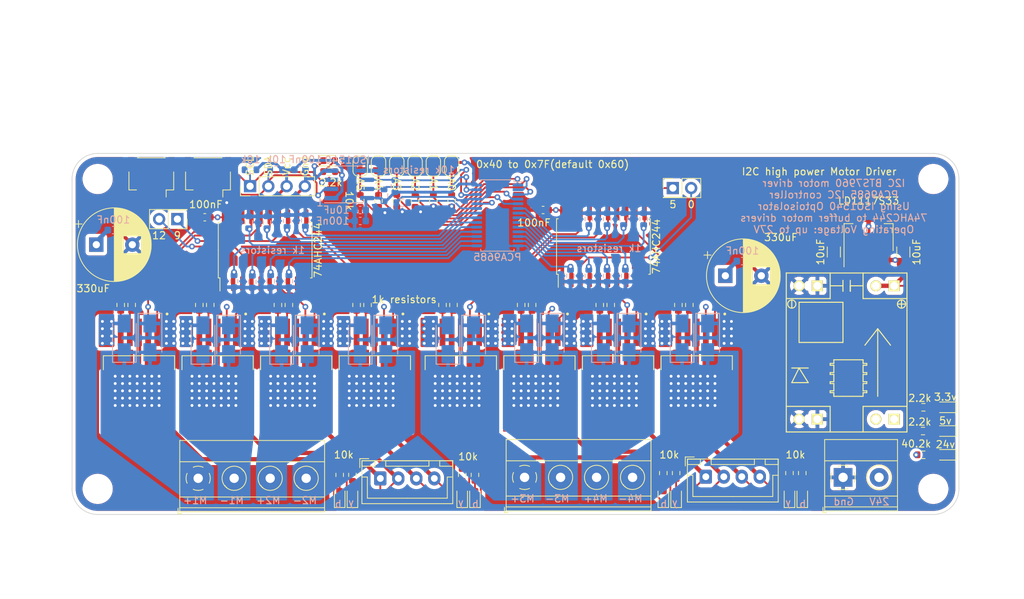
<source format=kicad_pcb>
(kicad_pcb (version 20221018) (generator pcbnew)
  (layers (0 "F.Cu" signal) (1 "In1.Cu" signal) (2 "In2.Cu" signal) (31 "B.Cu" signal) (34 "B.Paste" user) (35 "F.Paste" user) (36 "B.SilkS" user "B.Silkscreen") (37 "F.SilkS" user "F.Silkscreen") (38 "B.Mask" user) (39 "F.Mask" user) (44 "Edge.Cuts" user))
  (net 0 "")
  (net 1 "+3V3")
  (net 2 "GND")
  (net 3 "+5V")
  (net 4 "+24V")
  (net 5 "VCC")
  (net 6 "GND2")
  (net 7 "Net-(D1-Pad1)")
  (net 8 "Net-(D23-Pad1)")
  (net 9 "Net-(D19-Pad1)")
  (net 10 "Net-(D11-Pad1)")
  (net 11 "Net-(D15-Pad1)")
  (net 12 "Net-(D17-Pad2)")
  (net 13 "Net-(D18-Pad2)")
  (net 14 "Net-(D19-Pad2)")
  (net 15 "Net-(D20-Pad2)")
  (net 16 "Net-(D21-Pad2)")
  (net 17 "Net-(D22-Pad2)")
  (net 18 "Net-(D23-Pad2)")
  (net 19 "Net-(D24-Pad2)")
  (net 20 "Net-(D25-Pad2)")
  (net 21 "Net-(D26-Pad2)")
  (net 22 "Net-(D27-Pad2)")
  (net 23 "Net-(D28-Pad2)")
  (net 24 "/scl_external")
  (net 25 "/sda_external")
  (net 26 "/sda")
  (net 27 "/scl")
  (net 28 "Net-(JP1-Pad2)")
  (net 29 "Net-(JP2-Pad2)")
  (net 30 "Net-(JP3-Pad2)")
  (net 31 "Net-(JP4-Pad2)")
  (net 32 "Net-(JP5-Pad2)")
  (net 33 "Net-(JP6-Pad2)")
  (net 34 "/pwm8")
  (net 35 "/pwm10")
  (net 36 "/pwm9")
  (net 37 "/pwm11")
  (net 38 "/pwm12")
  (net 39 "/pwm14")
  (net 40 "/pwm13")
  (net 41 "/pwm15")
  (net 42 "Net-(R16-Pad1)")
  (net 43 "/pwm0")
  (net 44 "Net-(R39-Pad1)")
  (net 45 "Net-(R76-Pad1)")
  (net 46 "Net-(R77-Pad1)")
  (net 47 "Net-(R78-Pad1)")
  (net 48 "Net-(R79-Pad1)")
  (net 49 "Net-(R80-Pad1)")
  (net 50 "Net-(R81-Pad1)")
  (net 51 "Net-(R82-Pad1)")
  (net 52 "Net-(R83-Pad1)")
  (net 53 "/pwm7")
  (net 54 "/pwm5")
  (net 55 "/pwm6")
  (net 56 "/pwm4")
  (net 57 "/pwm3")
  (net 58 "/pwm1")
  (net 59 "/pwm2")
  (net 60 "Net-(D17-Pad1)")
  (net 61 "Net-(D10-Pad2)")
  (net 62 "Net-(D13-Pad1)")
  (net 63 "Net-(R9-Pad1)")
  (net 64 "Net-(R10-Pad1)")
  (net 65 "Net-(R11-Pad1)")
  (net 66 "Net-(R12-Pad1)")
  (net 67 "Net-(R13-Pad1)")
  (net 68 "Net-(R14-Pad1)")
  (net 69 "Net-(R15-Pad1)")
  (net 70 "Net-(U1-Pad3)")
  (net 71 "Net-(U1-Pad5)")
  (net 72 "Net-(U1-Pad16)")
  (net 73 "Net-(U7-Pad3)")
  (net 74 "Net-(U7-Pad5)")
  (net 75 "Net-(U11-Pad2)")
  (net 76 "Net-(U10-Pad3)")
  (net 77 "Net-(U10-Pad2)")
  (net 78 "Net-(U7-Pad14)")
  (net 79 "Net-(U7-Pad16)")
  (net 80 "Net-(U9-Pad3)")
  (net 81 "Net-(U1-Pad18)")
  (net 82 "Net-(U1-Pad7)")
  (net 83 "Net-(U1-Pad9)")
  (net 84 "Net-(U1-Pad12)")
  (net 85 "Net-(U1-Pad14)")
  (footprint "Resistor_SMD:R_0603_1608Metric" (layer "F.Cu") (at 217.424 123.698)
    (fp_text reference "R48" hide)
    (fp_text value "40.2k")
  )
  (footprint "TerminalBlock_Phoenix:TerminalBlock_Phoenix_MKDS-1,5-2_1x02_P5.00mm_Horizontal" (layer "F.Cu") (at 206.265 126.837)
    (fp_text reference "J1" hide)
    (fp_text value "power in")
  )
  (footprint "Resistor_SMD:R_0603_1608Metric" (layer "F.Cu") (at 172.466 102.87 90)
    (fp_text reference "R15" hide)
    (fp_text value "1k")
  )
  (footprint "Resistor_SMD:R_0603_1608Metric" (layer "F.Cu") (at 161.544 102.87 90)
    (fp_text reference "R14" hide)
    (fp_text value "1k")
  )
  (footprint "Resistor_SMD:R_0603_1608Metric" (layer "F.Cu") (at 183.071 126.238 90)
    (fp_text reference "R19" hide)
    (fp_text value "10k")
  )
  (footprint "Resistor_SMD:R_0603_1608Metric" (layer "F.Cu") (at 140.208 102.87 90)
    (fp_text reference "R80" hide)
    (fp_text value "1k")
  )
  (footprint "Resistor_SMD:R_0603_1608Metric" (layer "F.Cu") (at 151.892 88.392 -90)
    (fp_text reference "R33" hide)
    (fp_text value "10k")
  )
  (footprint "LED_SMD:LED_0603_1608Metric" (layer "F.Cu") (at 181.293 129.54 90)
    (fp_text reference "D17" hide)
    (fp_text value "LED")
  )
  (footprint "Resistor_SMD:R_0603_1608Metric" (layer "F.Cu") (at 118.364 102.87 90)
    (fp_text reference "R82" hide)
    (fp_text value "1k")
  )
  (footprint "LED_SMD:LED_0603_1608Metric" (layer "F.Cu") (at 220.472 123.698 180)
    (fp_text reference "D25" hide)
    (fp_text value "24v")
  )
  (footprint "Resistor_SMD:R_0603_1608Metric" (layer "F.Cu") (at 149.352 88.392 -90)
    (fp_text reference "R34" hide)
    (fp_text value "10k")
  )
  (footprint "Package_TO_SOT_SMD:SOT-223-3_TabPin2" (layer "F.Cu") (at 209.804 93.472 90)
    (fp_text reference "U13" hide)
    (fp_text value "LD1117S33")
  )
  (footprint "Resistor_SMD:R_0603_1608Metric" (layer "F.Cu") (at 116.84 102.87 90)
    (fp_text reference "R78" hide)
    (fp_text value "1k")
  )
  (footprint "Resistor_SMD:R_0603_1608Metric" (layer "F.Cu") (at 217.361 120.396)
    (fp_text reference "R52" hide)
    (fp_text value "2.2k")
  )
  (footprint "Resistor_SMD:R_0603_1608Metric" (layer "F.Cu") (at 183.388 102.87 90)
    (fp_text reference "R16" hide)
    (fp_text value "1k")
  )
  (footprint "Package_SO:SOIC-20W_7.5x12.8mm_P1.27mm" (layer "F.Cu") (at 125.984 95.25 90)
    (fp_text reference "U7" hide)
    (fp_text value "74AHC244")
  )
  (footprint "LED_SMD:LED_0603_1608Metric" (layer "F.Cu") (at 183.071 129.54 90)
    (fp_text reference "D21" hide)
    (fp_text value "LED")
  )
  (footprint "LED_SMD:LED_0603_1608Metric" (layer "F.Cu") (at 136.335 129.54 90)
    (fp_text reference "D19" hide)
    (fp_text value "LED")
  )
  (footprint "LED_SMD:LED_0603_1608Metric" (layer "F.Cu") (at 153.353 129.54 90)
    (fp_text reference "D24" hide)
    (fp_text value "LED")
  )
  (footprint "Resistor_SMD:R_0603_1608Metric" (layer "F.Cu") (at 144.272 88.392 -90)
    (fp_text reference "R36" hide)
    (fp_text value "10k")
  )
  (footprint "Resistor_SMD:R_0603_1608Metric" (layer "F.Cu") (at 184.912 102.87 90)
    (fp_text reference "R12" hide)
    (fp_text value "1k")
  )
  (footprint "Resistor_SMD:R_0603_1608Metric" (layer "F.Cu") (at 138.684 102.87 90)
    (fp_text reference "R76" hide)
    (fp_text value "1k")
  )
  (footprint "Evan's misc parts:MP1584_buck_module" (layer "F.Cu") (at 206.756 109.474 90)
    (fp_text reference "U90" hide)
    (fp_text value "mp1584 dcdc")
  )
  (footprint "MountingHole:MountingHole_3.2mm_M3" (layer "F.Cu") (at 102.719 85.358)
    (fp_text reference "REF**" hide)
    (fp_text value "MountingHole_3.2mm_M3")
  )
  (footprint "Capacitor_SMD:C_0603_1608Metric" (layer "F.Cu") (at 117.602 90.678 180)
    (fp_text reference "C8" hide)
    (fp_text value "100nF")
  )
  (footprint "LED_SMD:LED_0603_1608Metric" (layer "F.Cu") (at 198.819 129.54 90)
    (fp_text reference "D22" hide)
    (fp_text value "LED")
  )
  (footprint "LED_SMD:LED_0603_1608Metric" (layer "F.Cu") (at 220.472 117.094 180)
    (fp_text reference "D28" hide)
    (fp_text value "3.3v")
  )
  (footprint "Resistor_SMD:R_0603_1608Metric" (layer "F.Cu") (at 200.597 126.238 -90)
    (fp_text reference "R18" hide)
    (fp_text value "10k")
  )
  (footprint "Resistor_SMD:R_0603_1608Metric" (layer "F.Cu") (at 139.192 88.392 -90)
    (fp_text reference "R38" hide)
    (fp_text value "10k")
  )
  (footprint "Capacitor_THT:CP_Radial_D10.0mm_P5.00mm" (layer "F.Cu") (at 102.534323 94.488)
    (fp_text reference "C11" hide)
    (fp_text value "330uF")
  )
  (footprint "Resistor_SMD:R_0603_1608Metric" (layer "F.Cu") (at 134.874 84.328 180)
    (fp_text reference "R49" hide)
    (fp_text value "2.2k")
  )
  (footprint "Evan's misc parts:DPAK127P1490X440-8N" (layer "F.Cu") (at 153.162 112.622 -90)
    (fp_text reference "U2" hide)
    (fp_text value "BTS7960B")
  )
  (footprint "Connector_JST:JST_XH_B4B-XH-A_1x04_P2.50mm_Vertical" (layer "F.Cu") (at 141.983 126.983)
    (fp_text reference "J5" hide)
    (fp_text value "jst")
  )
  (footprint "Evan's misc parts:DPAK127P1490X440-8N" (layer "F.Cu") (at 130.302 112.622 -90)
    (fp_text reference "U10" hide)
    (fp_text value "BTS7960B")
  )
  (footprint "MountingHole:MountingHole_3.2mm_M3" (layer "F.Cu") (at 218.798 128.437)
    (fp_text reference "REF**" hide)
    (fp_text value "MountingHole_3.2mm_M3")
  )
  (footprint "MountingHole:MountingHole_3.2mm_M3" (layer "F.Cu") (at 218.798 85.358)
    (fp_text reference "REF**" hide)
    (fp_text value "MountingHole_3.2mm_M3")
  )
  (footprint "Jumper:SolderJumper-2_P1.3mm_Open_RoundedPad1.0x1.5mm" (layer "F.Cu") (at 151.892 83.566 -90)
    (fp_text reference "JP1" hide)
    (fp_text value "Jumper_2_Open")
  )
  (footprint "LED_SMD:LED_0603_1608Metric" (layer "F.Cu") (at 138.113 129.54 90)
    (fp_text reference "D23" hide)
    (fp_text value "LED")
  )
  (footprint "Capacitor_SMD:C_0603_1608Metric" (layer "F.Cu") (at 164.592 89.662 180)
    (fp_text reference "C3" hide)
    (fp_text value "100nF")
  )
  (footprint "Resistor_SMD:R_0603_1608Metric" (layer "F.Cu") (at 152.146 102.87 90)
    (fp_text reference "R9" hide)
    (fp_text value "1k")
  )
  (footprint "Capacitor_THT:CP_Radial_D10.0mm_P5.00mm" (layer "F.Cu") (at 189.910323 98.806)
    (fp_text reference "C7" hide)
    (fp_text value "330uF")
  )
  (footprint "Connector_JST:JST_SH_SM04B-SRSS-TB_1x04-1MP_P1.00mm_Horizontal" (layer "F.Cu") (at 110.173 85.09 180)
    (fp_text reference "J8" hide)
    (fp_text value "qwiic 2")
  )
  (footprint "Resistor_SMD:R_0603_1608Metric" (layer "F.Cu") (at 127.762 102.87 90)
    (fp_text reference "R77" hide)
    (fp_text value "1k")
  )
  (footprint "Capacitor_SMD:C_1206_3216Metric" (layer "F.Cu") (at 204.978 95.504 -90)
    (fp_text reference "C89" hide)
    (fp_text value "10uF")
  )
  (footprint "Jumper:SolderJumper-2_P1.3mm_Open_RoundedPad1.0x1.5mm" (layer "F.Cu") (at 149.352 83.566 -90)
    (fp_text reference "JP2" hide)
    (fp_text value "Jumper_2_Open")
  )
  (footprint "Resistor_SMD:R_0603_1608Metric" (layer "F.Cu") (at 163.068 102.87 90)
    (fp_text reference "R10" hide)
    (fp_text value "1k")
  )
  (footprint "Resistor_SMD:R_0603_1608Metric" (layer "F.Cu") (at 105.918 102.87 90)
    (fp_text reference "R79" hide)
    (fp_text value "1k")
  )
  (footprint "Jumper:SolderJumper-2_P1.3mm_Open_RoundedPad1.0x1.5mm" (layer "F.Cu") (at 146.812 83.566 -90)
    (fp_text reference "JP3" hide)
    (fp_text value "Jumper_2_Open")
  )
  (footprint "Jumper:SolderJumper-2_P1.3mm_Bridged_RoundedPad1.0x1.5mm" (layer "F.Cu") (at 139.192 83.566 -90)
    (fp_text reference "JP6" hide)
    (fp_text value "Jumper_2_Open")
  )
  (footprint "LED_SMD:LED_0603_1608Metric" (layer "F.Cu") (at 155.131 129.54 90)
    (fp_text reference "D20" hide)
    (fp_text value "LED")
  )
  (footprint "TerminalBlock_Phoenix:TerminalBlock_Phoenix_MKDS-1,5-4_1x04_P5.00mm_Horizontal" (layer "F.Cu") (at 162.022 126.837)
    (fp_text reference "J4" hide)
    (fp_text value "Conn_01x04")
  )
  (footprint "Jumper:SolderJumper-2_P1.3mm_Open_RoundedPad1.0x1.5mm" (layer "F.Cu") (at 141.732 83.566 -90)
    (fp_text reference "JP5" hide)
    (fp_text value "Jumper_2_Open")
  )
  (footprint "Resistor_SMD:R_0603_1608Metric" (layer "F.Cu") (at 155.131 126.492 -90)
    (fp_text reference "R32" hide)
    (fp_text value "10k")
  )
  (footprint "Resistor_SMD:R_0603_1608Metric" (layer "F.Cu") (at 198.819 126.238 90)
    (fp_text reference "R20" hide)
    (fp_text value "10k")
  )
  (footprint "Evan's misc parts:DPAK127P1490X440-8N" (layer "F.Cu") (at 185.928 112.622 -90)
    (fp_text reference "U6" hide)
    (fp_text value "BTS7960B")
  )
  (footprint "MountingHole:MountingHole_3.2mm_M3" (layer "F.Cu") (at 102.719 128.437)
    (fp_text reference "REF**" hide)
    (fp_text value "MountingHole_3.2mm_M3")
  )
  (footprint "LED_SMD:LED_0603_1608Metric" (layer "F.Cu") (at 134.874 82.804)
    (fp_text reference "D26" hide)
    (fp_text value "Orange LED")
  )
  (footprint "Evan's misc parts:DPAK127P1490X440-8N" (layer "F.Cu") (at 175.006 112.622 -90)
    (fp_text reference "U4" hide)
    (fp_text value "BTS7960B")
  )
  (footprint "Jumper:SolderJumper-2_P1.3mm_Open_RoundedPad1.0x1.5mm" (layer "F.Cu") (at 144.272 83.566 -90)
    (fp_text reference "JP4" hide)
    (fp_text value "Jumper_2_Open")
  )
  (footprint "Resistor_SMD:R_0603_1608Metric" (layer "F.Cu") (at 173.99 102.87 90)
    (fp_text reference "R11" hide)
    (fp_text value "1k")
  )
  (footprint "Connector_JST:JST_XH_B4B-XH-A_1x04_P2.50mm_Vertical" (layer "F.Cu") (at 187.195 126.746)
    (fp_text reference "J3" hide)
    (fp_text value "jst")
  )
  (footprint "Connector_PinHeader_2.54mm:PinHeader_2x01_P2.54mm_Vertical" (layer "F.Cu") (at 182.621 86.614)
    (fp_text reference "J9" hide)
    (fp_text value "Conn_01x02")
  )
  (footprint "Resistor_SMD:R_0603_1608Metric" (layer "F.Cu") (at 107.442 102.87 90)
    (fp_text reference "R83" hide)
    (fp_text value "1k")
  )
  (footprint "LED_SMD:LED_0603_1608Metric" (layer "F.Cu") (at 200.597 129.54 90)
    (fp_text reference "D18" hide)
    (fp_text value "LED")
  )
  (footprint "Evan's misc parts:DPAK127P1490X440-8N" (layer "F.Cu") (at 141.224 112.622 -90)
    (fp_text reference "U11" hide)
    (fp_text value "BTS7960B")
  )
  (footprint "Resistor_SMD:R_0603_1608Metric" (layer "F.Cu") (at 138.113 126.492 90)
    (fp_text reference "R42" hide)
    (fp_text value "10k")
  )
  (footprint "Connector_PinHeader_2.54mm:PinHeader_1x04_P2.54mm_Vertical" (layer "F.Cu") (at 123.889 86.36 90)
    (fp_text reference "J6" hide)
    (fp_text value "to qwiic breakout")
  )
  (footprint "Capacitor_SMD:C_1206_3216Metric" (layer "F.Cu") (at 214.63 95.504 90)
    (fp_text reference "C90" hide)
    (fp_text value "10uF")
  )
  (footprint "Evan's misc parts:DPAK127P1490X440-8N" (layer "F.Cu") (at 108.458 112.622 -90)
    (fp_text reference "U8" hide)
    (fp_text value "BTS7960B")
  )
  (footprint "TerminalBlock_Phoenix:TerminalBlock_Phoenix_MKDS-1,5-4_1x04_P5.00mm_Horizontal" (layer "F.Cu") (at 116.683 126.964)
    (fp_text reference "J2" hide)
    (fp_text value "Conn_01x04")
  )
  (footprint "Evan's misc parts:DPAK127P1490X440-8N" (layer "F.Cu") (at 164.084 112.622 -90)
    (fp_text reference "U3" hide)
    (fp_text value "BTS7960B")
  )
  (footprint "Package_SO:SOIC-20W_7.5x12.8mm_P1.27mm" (layer "F.Cu") (at 172.974 94.742 90)
    (fp_text reference "U1" hide)
    (fp_text value "74AHC244")
  )
  (footprint "Resistor_SMD:R_0603_1608Metric" (layer "F.Cu") (at 181.293 126.238 -90)
    (fp_text reference "R17" hide)
    (fp_text value "10k")
  )
  (footprint "Resistor_SMD:R_0603_1608Metric" (layer "F.Cu") (at 150.622 102.87 90)
    (fp_text reference "R13" hide)
    (fp_text value "1k")
  )
  (footprint "Resistor_SMD:R_0603_1608Metric" (layer "F.Cu") (at 129.286 102.87 90)
    (fp_text reference "R81" hide)
    (fp_text value "1k")
  )
  (footprint "Resistor_SMD:R_0603_1608Metric" (layer "F.Cu") (at 146.812 88.392 -90)
    (fp_text reference "R35" hide)
    (fp_text value "10k")
  )
  (footprint "Connector_PinHeader_2.54mm:PinHeader_2x01_P2.54mm_Vertical" (layer "F.Cu") (at 113.797 90.932 180)
    (fp_text reference "J10" hide)
    (fp_text value "Conn_01x02")
  )
  (footprint "Resistor_SMD:R_0603_1608Metric" (layer "F.Cu") (at 141.732 88.392 -90)
    (fp_text reference "R37" hide)
    (fp_text value "10k")
  )
  (footprint "Evan's misc parts:DPAK127P1490X440-8N" (layer "F.Cu") (at 119.38 112.622 -90)
    (fp_text reference "U9" hide)
    (fp_text value "BTS7960B")
  )
  (footprint "Connector_JST:JST_SH_SM04B-SRSS-TB_1x04-1MP_P1.00mm_Horizontal" (layer "F.Cu") (at 118.047 85.09 180)
    (fp_text reference "J7" hide)
    (fp_text value "qwiic 1")
  )
  (footprint "Resistor_SMD:R_0603_1608Metric" (layer "F.Cu") (at 153.353 126.492 90)
    (fp_text reference "R43" hide)
    (fp_text value "10k")
  )
  (footprint "Resistor_SMD:R_0603_1608Metric" (layer "F.Cu") (at 136.335 126.492 -90)
    (fp_text reference "R31" hide)
    (fp_text value "10k")
  )
  (footprint "LED_SMD:LED_0603_1608Metric" (layer "F.Cu") (at 220.472 120.396 180)
    (fp_text reference "D27" hide)
    (fp_text value "5v")
  )
  (footprint "Resistor_SMD:R_0603_1608Metric" (layer "F.Cu") (at 217.424 117.094)
    (fp_text reference "R55" hide)
    (fp_text value "2.2k")
  )
  (footprint "Resistor_SMD:R_0603_1608Metric" (layer "B.Cu") (at 176.022 98.806 -90)
    (fp_text reference "R3" hide)
    (fp_text value "1k")
  )
  (footprint "Diode_SMD:D_SMA" (layer "B.Cu") (at 131.826 107.696 -90)
    (fp_text reference "D12" hide)
    (fp_text value "DIODE")
  )
  (footprint "Package_SO:SOIC-8_3.9x4.9mm_P1.27mm" (layer "B.Cu") (at 137.668 86.106)
    (fp_text reference "U12" hide)
    (fp_text value "ISO1540")
  )
  (footprint "Resistor_SMD:R_0603_1608Metric" (layer "B.Cu") (at 127.508 84.074)
    (fp_text reference "R51" hide)
    (fp_text value "10k")
  )
  (footprint "Diode_SMD:D_SMA" (layer "B.Cu") (at 162.306 107.442 90)
    (fp_text reference "D5" hide)
    (fp_text value "DIODE")
  )
  (footprint "Diode_SMD:D_SMA" (layer "B.Cu") (at 154.94 107.696 -90)
    (fp_text reference "D2" hide)
    (fp_text value "DIODE")
  )
  (footprint "Resistor_SMD:R_0603_1608Metric" (layer "B.Cu") (at 123.952 84.074)
    (fp_text reference "R50" hide)
    (fp_text value "10k")
  )
  (footprint "Capacitor_SMD:C_0603_1608Metric" (layer "B.Cu") (at 139.192 89.662 180)
    (fp_text reference "C2" hide)
    (fp_text value "10uF")
  )
  (footprint "Resistor_SMD:R_0603_1608Metric" (layer "B.Cu") (at 121.666 99.568 -90)
    (fp_text reference "R90" hide)
    (fp_text value "1k")
  )
  (footprint "Diode_SMD:D_SMA" (layer "B.Cu") (at 183.896 107.442 90)
    (fp_text reference "D13" hide)
    (fp_text value "DIODE")
  )
  (footprint "Package_SO:TSSOP-28_4.4x9.7mm_P0.65mm" (layer "B.Cu") (at 158.242 90.424 180)
    (fp_text reference "U5" hide)
    (fp_text value "PCA9685")
  )
  (footprint "Diode_SMD:D_SMA" (layer "B.Cu") (at 120.904 107.696 -90)
    (fp_text reference "D8" hide)
    (fp_text value "DIODE")
  )
  (footprint "Diode_SMD:D_SMA" (layer "B.Cu") (at 142.748 107.696 -90)
    (fp_text reference "D16" hide)
    (fp_text value "DIODE")
  )
  (footprint "Capacitor_SMD:C_0603_1608Metric" (layer "B.Cu") (at 130.81 84.074)
    (fp_text reference "C13" hide)
    (fp_text value "100nF")
  )
  (footprint "Diode_SMD:D_SMA" (layer "B.Cu") (at 109.982 107.442 -90)
    (fp_text reference "D4" hide)
    (fp_text value "DIODE")
  )
  (footprint "Diode_SMD:D_SMA" (layer "B.Cu") (at 176.53 107.442 -90)
    (fp_text reference "D10" hide)
    (fp_text value "DIODE")
  )
  (footprint "Diode_SMD:D_SMA" (layer "B.Cu") (at 139.192 107.696 90)
    (fp_text reference "D15" hide)
    (fp_text value "DIODE")
  )
  (footprint "Resistor_SMD:R_0603_1608Metric" (layer "B.Cu") (at 123.698 91.377 90)
    (fp_text reference "R86" hide)
    (fp_text value "1k")
  )
  (footprint "Capacitor_SMD:C_0603_1608Metric" (layer "B.Cu") (at 192.278 96.774)
    (fp_text reference "C5" hide)
    (fp_text value "100nF")
  )
  (footprint "Diode_SMD:D_SMA" (layer "B.Cu") (at 165.862 107.442 -90)
    (fp_text reference "D6" hide)
    (fp_text value "DIODE")
  )
  (footprint "Diode_SMD:D_SMA" (layer "B.Cu") (at 117.348 107.696 90)
    (fp_text reference "D7" hide)
    (fp_text value "DIODE")
  )
  (footprint "Resistor_SMD:R_0603_1608Metric" (layer "B.Cu") (at 173.482 98.806 -90)
    (fp_text reference "R4" hide)
    (fp_text value "1k")
  )
  (footprint "Capacitor_SMD:C_0603_1608Metric" (layer "B.Cu") (at 104.902 92.456)
    (fp_text reference "C9" hide)
    (fp_text value "100nF")
  )
  (footprint "Resistor_SMD:R_0603_1608Metric" (layer "B.Cu") (at 129.032 91.186 90)
    (fp_text reference "R84" hide)
    (fp_text value "1k")
  )
  (footprint "Diode_SMD:D_SMA" (layer "B.Cu") (at 128.27 107.696 90)
    (fp_text reference "D11" hide)
    (fp_text value "DIODE")
  )
  (footprint "Diode_SMD:D_SMA" (layer "B.Cu") (at 172.974 107.442 90)
    (fp_text reference "D9" hide)
    (fp_text value "DIODE")
  )
  (footprint "Resistor_SMD:R_0603_1608Metric" (layer "B.Cu") (at 173.482 90.932 90)
    (fp_text reference "R5" hide)
    (fp_text value "1k")
  )
  (footprint "Resistor_SMD:R_0603_1608Metric" (layer "B.Cu") (at 126.238 91.377 90)
    (fp_text reference "R23" hide)
    (fp_text value "1k")
  )
  (footprint "Diode_SMD:D_SMA" (layer "B.Cu") (at 151.384 107.696 90)
    (fp_text reference "D1" hide)
    (fp_text value "DIODE")
  )
  (footprint "Resistor_SMD:R_0603_1608Metric" (layer "B.Cu") (at 175.768 90.932 90)
    (fp_text reference "R8" hide)
    (fp_text value "1k")
  )
  (footprint "Resistor_SMD:R_0603_1608Metric" (layer "B.Cu") (at 145.034 88.646 180)
    (fp_text reference "R39" hide)
    (fp_text value "10k" hide)
  )
  (footprint "Resistor_SMD:R_0603_1608Metric" (layer "B.Cu") (at 131.572 91.123 90)
    (fp_text reference "R24" hide)
    (fp_text value "1k")
  )
  (footprint "Resistor_SMD:R_0603_1608Metric" (layer "B.Cu") (at 124.206 99.631 -90)
    (fp_text reference "R21" hide)
    (fp_text value "1k")
  )
  (footprint "Resistor_SMD:R_0603_1608Metric" (layer "B.Cu") (at 129.286 99.568 -90)
    (fp_text reference "R88" hide)
    (fp_text value "1k")
  )
  (footprint "Resistor_SMD:R_0603_1608Metric" (layer "B.Cu") (at 170.942 98.806 -90)
    (fp_text reference "R1" hide)
    (fp_text value "1k")
  )
  (footprint "Resistor_SMD:R_0603_1608Metric" (layer "B.Cu") (at 142.494 87.63 -90)
    (fp_text reference "R54" hide)
    (fp_text value "10k" hide)
  )
  (footprint "Resistor_SMD:R_0603_1608Metric" (layer "B.Cu") (at 144.018 86.36 -90)
    (fp_text reference "R53" hide)
    (fp_text value "10k" hide)
  )
  (footprint "Resistor_SMD:R_0603_1608Metric" (layer "B.Cu") (at 178.562 90.932 90)
    (fp_text reference "R7" hide)
    (fp_text value "1k")
  )
  (footprint "Resistor_SMD:R_0603_1608Metric" (layer "B.Cu") (at 168.402 98.806 -90)
    (fp_text reference "R2" hide)
    (fp_text value "1k")
  )
  (footprint "Diode_SMD:D_SMA" (layer "B.Cu") (at 187.452 107.442 -90)
    (fp_text reference "D14" hide)
    (fp_text value "DIODE")
  )
  (footprint "Diode_SMD:D_SMA" (layer "B.Cu") (at 106.426 107.442 90)
    (fp_text reference "D3" hide)
    (fp_text value "DIODE")
  )
  (footprint "Resistor_SMD:R_0603_1608Metric" (layer "B.Cu") (at 170.942 90.932 90)
    (fp_text reference "R6" hide)
    (fp_text value "1k")
  )
  (footprint "Capacitor_SMD:C_0603_1608Metric" (layer "B.Cu") (at 139.192 91.186 180)
    (fp_text reference "C1" hide)
    (fp_text value "100nF")
  )
  (footprint "Resistor_SMD:R_0603_1608Metric" (layer "B.Cu") (at 126.746 99.568 -90)
    (fp_text reference "R22" hide)
    (fp_text value "1k")
  )
  (gr_line (start 99.163 85.358) (end 99.163 128.437) (stroke (width 0.1)) (layer "Edge.Cuts"))
  (gr_line (start 218.798 131.995267) (end 102.719 131.993) (stroke (width 0.1)) (layer "Edge.Cuts"))
  (gr_arc (start 218.798 81.802) (mid 221.312472 82.843528) (end 222.354 85.358) (stroke (width 0.1)) (layer "Edge.Cuts"))
  (gr_arc (start 102.719 131.993) (mid 100.204528 130.951472) (end 99.163 128.437) (stroke (width 0.1)) (layer "Edge.Cuts"))
  (gr_arc (start 222.354 128.31) (mid 221.358582 130.907766) (end 218.798 131.995267) (stroke (width 0.1)) (layer "Edge.Cuts"))
  (gr_line (start 102.719 81.802) (end 218.798 81.802) (stroke (width 0.1)) (layer "Edge.Cuts"))
  (gr_arc (start 99.163 85.358) (mid 100.204528 82.843528) (end 102.719 81.802) (stroke (width 0.1)) (layer "Edge.Cuts"))
  (gr_line (start 222.354 85.358) (end 222.354 128.31) (stroke (width 0.1)) (layer "Edge.Cuts"))
  (gr_text "10k resistors" (at 147.32 84.074) (layer "B.SilkS") (effects (font (size 1 1)) (justify mirror)))
  (gr_text "1k resistors" (at 173.736 94.996) (layer "B.SilkS") (effects (font (size 1 1)) (justify mirror)))
  (gr_text "b" (at 200.66 130.556) (layer "B.SilkS") (effects (font (size 1 1)) (justify mirror)))
  (gr_text "y" (at 153.162 130.302) (layer "B.SilkS") (effects (font (size 1 1)) (justify mirror)))
  (gr_text "1" (at 133.604 88.646) (layer "B.SilkS") (effects (font (size 1 1)) (justify mirror)))
  (gr_text "M4+" (at 171.895 129.794) (layer "B.SilkS") (effects (font (size 1 1)) (justify mirror)))
  (gr_text "y" (at 182.88 130.302) (layer "B.SilkS") (effects (font (size 1 1)) (justify mirror)))
  (gr_text "M2-" (at 131.509 130.048) (layer "B.SilkS") (effects (font (size 1 1)) (justify mirror)))
  (gr_text "M2+" (at 126.429 130.048) (layer "B.SilkS") (effects (font (size 1 1)) (justify mirror)))
  (gr_text "M4-" (at 176.721 129.794) (layer "B.SilkS") (effects (font (size 1 1)) (justify mirror)))
  (gr_text "M3-" (at 166.561 129.794) (layer "B.SilkS") (effects (font (size 1 1)) (justify mirror)))
  (gr_text "y" (at 198.628 130.302) (layer "B.SilkS") (effects (font (size 1 1)) (justify mirror)))
  (gr_text "M3+" (at 161.735 129.794) (layer "B.SilkS") (effects (font (size 1 1)) (justify mirror)))
  (gr_text "b" (at 155.194 130.556) (layer "B.SilkS") (effects (font (size 1 1)) (justify mirror)))
  (gr_text "M1-" (at 121.349 130.048) (layer "B.SilkS") (effects (font (size 1 1)) (justify mirror)))
  (gr_text "y" (at 137.922 130.302) (layer "B.SilkS") (effects (font (size 1 1)) (justify mirror)))
  (gr_text "b" (at 136.144 130.556) (layer "B.SilkS") (effects (font (size 1 1)) (justify mirror)))
  (gr_text "Gnd" (at 206.352 130.215) (layer "B.SilkS") (effects (font (size 1 1)) (justify mirror)))
  (gr_text "I2C BTS7960 motor driver\nPCA9685 I2C controller\nUsing ISO1540 Optoisolator\n74AHC244 to buffer motor drivers\nOperating Voltage: up to 27V\n" (at 204.978 89.154) (layer "B.SilkS") (effects (font (size 1 1)) (justify mirror)))
  (gr_text "24V" (at 211.305 130.215) (layer "B.SilkS") (effects (font (size 1 1)) (justify mirror)))
  (gr_text "M1+" (at 116.269 130.048) (layer "B.SilkS") (effects (font (size 1 1)) (justify mirror)))
  (gr_text "1k resistors" (at 127 95.25) (layer "B.SilkS") (effects (font (size 1 1)) (justify mirror)))
  (gr_text "b" (at 181.356 130.556) (layer "B.SilkS") (effects (font (size 1 1)) (justify mirror)))
  (gr_text "SCL" (at 123.889 83.566 90) (layer "F.SilkS") (effects (font (size 1 1))))
  (gr_text "12" (at 111.252 93.218) (layer "F.SilkS") (effects (font (size 1 1))))
  (gr_text "A0" (at 151.892 86.106 -90) (layer "F.SilkS") (effects (font (size 1 1))))
  (gr_text "Gnd" (at 131.509 83.566 90) (layer "F.SilkS") (effects (font (size 1 1))))
  (gr_text "10k" (at 137.668 88.392 -90) (layer "F.SilkS") (effects (font (size 1 1))))
  (gr_text "1k resistors" (at 145.288 102.108) (layer "F.SilkS") (effects (font (size 1 1))))
  (gr_text "A5" (at 139.192 86.106 -90) (layer "F.SilkS") (effects (font (size 1 1))))
  (gr_text "A3" (at 144.272 86.106 -90) (layer "F.SilkS") (effects (font (size 1 1))))
  (gr_text "0" (at 185.166 88.9) (layer "F.SilkS") (effects (font (size 1 1))))
  (gr_text "0x40 to 0x7F(default 0x60)" (at 155.194 83.312) (layer "F.SilkS") (effects (font (size 1 1)) (justify left)))
  (gr_text "Vcc" (at 128.969 83.566 90) (layer "F.SilkS") (effects (font (size 1 1))))
  (gr_text "5" (at 182.626 88.9) (layer "F.SilkS") (effects (font (size 1 1))))
  (gr_text "10k" (at 154.178 123.952) (layer "F.SilkS") (effects (font (size 1 1))))
  (gr_text "SDA" (at 126.429 83.566 90) (layer "F.SilkS") (effects (font (size 1 1))))
  (gr_text "10k" (at 136.906 123.698) (layer "F.SilkS") (effects (font (size 1 1))))
  (gr_text "10k" (at 182.118 123.698) (layer "F.SilkS") (effects (font (size 1 1))))
  (gr_text "9" (at 113.792 93.218) (layer "F.SilkS") (effects (font (size 1 1))))
  (gr_text "A1" (at 149.352 86.106 -90) (layer "F.SilkS") (effects (font (size 1 1))))
  (gr_text "10k" (at 199.644 123.698) (layer "F.SilkS") (effects (font (size 1 1))))
  (gr_text "A2" (at 146.812 86.106 -90) (layer "F.SilkS") (effects (font (size 1 1))))
  (gr_text "A4" (at 141.732 86.106 -90) (layer "F.SilkS") (effects (font (size 1 1))))
  (gr_text "I2C high power Motor Driver" (at 202.946 84.328) (layer "F.SilkS") (effects (font (size 1 1))))
  (segment (start 209.755 94.029) (end 209.804 93.98) (width 0.6) (layer "F.Cu") (net 1))
  (segment (start 214.688493 95.25) (end 209.804 95.25) (width 0.25) (layer "F.Cu") (net 1))
  (segment (start 209.804 91.948) (end 209.804 93.98) (width 0.6) (layer "F.Cu") (net 1))
  (segment (start 209.804 90.322) (end 209.804 91.948) (width 0.6) (layer "F.Cu") (net 1))
  (segment (start 152.034 83.058) (end 151.892 82.916) (width 0.4) (layer "F.Cu") (net 1))
  (segment (start 149.352 82.916) (end 151.892 82.916) (width 0.25) (layer "F.Cu") (net 1))
  (segment (start 216.599 97.160507) (end 214.688493 95.25) (width 0.25) (layer "F.Cu") (net 1))
  (segment (start 144.272 82.916) (end 146.812 82.916) (width 0.25) (layer "F.Cu") (net 1))
  (segment (start 153.67 83.058) (end 152.034 83.058) (width 0.4) (layer "F.Cu") (net 1))
  (segment (start 139.192 82.916) (end 141.732 82.916) (width 0.25) (layer "F.Cu") (net 1))
  (segment (start 209.804 93.98) (end 209.804 95.25) (width 0.6) (layer "F.Cu") (net 1))
  (segment (start 216.599 117.094) (end 216.599 97.160507) (width 0.25) (layer "F.Cu") (net 1))
  (segment (start 146.812 82.916) (end 149.352 82.916) (width 0.25) (layer "F.Cu") (net 1))
  (segment (start 204.978 94.029) (end 209.755 94.029) (width 0.6) (layer "F.Cu") (net 1))
  (segment (start 209.804 95.25) (end 209.804 96.622) (width 0.6) (layer "F.Cu") (net 1))
  (segment (start 141.732 82.916) (end 144.272 82.916) (width 0.25) (layer "F.Cu") (net 1))
  (via (at 153.67 83.058) (size 0.8) (drill 0.4) (layers "F.Cu" "B.Cu") (net 1))
  (via (at 209.804 91.948) (size 0.8) (drill 0.4) (layers "F.Cu" "B.Cu") (net 1))
  (segment (start 142.494 88.455) (end 142.748 88.455) (width 0.4) (layer "B.Cu") (net 1))
  (segment (start 151.829 87.185) (end 152.964511 86.049489) (width 0.4) (layer "B.Cu") (net 1))
  (segment (start 154.178 83.058) (end 153.67 83.058) (width 0.4) (layer "B.Cu") (net 1))
  (segment (start 155.229989 86.049489) (end 155.3795 86.199) (width 0.4) (layer "B.Cu") (net 1))
  (segment (start 144.018 87.185) (end 151.829 87.185) (width 0.4) (layer "B.Cu") (net 1))
  (segment (start 139.967 88.187) (end 140.143 88.011) (width 0.4) (layer "B.Cu") (net 1))
  (segment (start 140.143 88.011) (end 142.05 88.011) (width 0.4) (layer "B.Cu") (net 1))
  (segment (start 154.94 85.7595) (end 154.94 83.82) (width 0.4) (layer "B.Cu") (net 1))
  (segment (start 152.964511 86.049489) (end 155.229989 86.049489) (width 0.4) (layer "B.Cu") (net 1))
  (segment (start 139.967 89.662) (end 139.967 88.187) (width 0.4) (layer "B.Cu") (net 1))
  (segment (start 154.94 83.82) (end 154.178 83.058) (width 0.4) (layer "B.Cu") (net 1))
  (segment (start 142.748 88.455) (end 144.018 87.185) (width 0.4) (layer "B.Cu") (net 1))
  (segment (start 155.3795 86.199) (end 154.94 85.7595) (width 0.4) (layer "B.Cu") (net 1))
  (segment (start 142.05 88.011) (end 142.494 88.455) (width 0.4) (layer "B.Cu") (net 1))
  (segment (start 139.967 91.186) (end 139.967 89.662) (width 0.4) (layer "B.Cu") (net 1))
  (segment (start 141.732 89.217) (end 141.795 89.217) (width 0.25) (layer "F.Cu") (net 2))
  (segment (start 172.021 102.045) (end 172.466 102.045) (width 0.25) (layer "F.Cu") (net 2))
  (segment (start 146.875 89.217) (end 147.574 89.916) (width 0.25) (layer "F.Cu") (net 2))
  (segment (start 146.812 89.217) (end 146.875 89.217) (width 0.25) (layer "F.Cu") (net 2))
  (segment (start 121.539 89.535) (end 120.65 88.646) (width 0.4) (layer "F.Cu") (net 2))
  (segment (start 141.795 89.217) (end 142.621 90.043) (width 0.25) (layer "F.Cu") (net 2))
  (segment (start 168.91 105.156) (end 172.021 102.045) (width 0.25) (layer "F.Cu") (net 2))
  (segment (start 144.335 89.217) (end 145.034 89.916) (width 0.25) (layer "F.Cu") (net 2))
  (segment (start 144.272 89.217) (end 144.335 89.217) (width 0.25) (layer "F.Cu") (net 2))
  (segment (start 121.539 90.6) (end 121.539 89.535) (width 0.4) (layer "F.Cu") (net 2))
  (via (at 112.268 105.156) (size 0.8) (drill 0.4) (layers "F.Cu" "B.Cu") (net 2))
  (via (at 156.972 106.172) (size 0.8) (drill 0.4) (layers "F.Cu" "B.Cu") (net 2))
  (via (at 124.206 107.188) (size 0.8) (drill 0.4) (layers "F.Cu" "B.Cu") (net 2))
  (via (at 146.05 107.188) (size 0.8) (drill 0.4) (layers "F.Cu" "B.Cu") (net 2))
  (via (at 168.91 106.172) (size 0.8) (drill 0.4) (layers "F.Cu" "B.Cu") (net 2))
  (via (at 189.738 106.172) (size 0.8) (drill 0.4) (layers "F.Cu" "B.Cu") (net 2))
  (via (at 167.894 107.188) (size 0.8) (drill 0.4) (layers "F.Cu" "B.Cu") (net 2))
  (via (at 123.19 108.204) (size 0.8) (drill 0.4) (layers "F.Cu" "B.Cu") (net 2))
  (via (at 135.128 106.172) (size 0.8) (drill 0.4) (layers "F.Cu" "B.Cu") (net 2))
  (via (at 113.284 105.156) (size 0.8) (drill 0.4) (layers "F.Cu" "B.Cu") (net 2))
  (via (at 145.034 105.156) (size 0.8) (drill 0.4) (layers "F.Cu" "B.Cu") (net 2))
  (via (at 190.754 105.156) (size 0.8) (drill 0.4) (layers "F.Cu" "B.Cu") (net 2))
  (via (at 156.972 108.204) (size 0.8) (drill 0.4) (layers "F.Cu" "B.Cu") (net 2))
  (via (at 112.268 106.172) (size 0.8) (drill 0.4) (layers "F.Cu" "B.Cu") (net 2))
  (via (at 134.112 105.156) (size 0.8) (drill 0.4) (layers "F.Cu" "B.Cu") (net 2))
  (via (at 123.19 107.188) (size 0.8) (drill 0.4) (layers "F.Cu" "B.Cu") (net 2))
  (via (at 135.128 105.156) (size 0.8) (drill 0.4) (layers "F.Cu" "B.Cu") (net 2))
  (via (at 157.988 106.172) (size 0.8) (drill 0.4) (layers "F.Cu" "B.Cu") (net 2))
  (via (at 157.988 105.156) (size 0.8) (drill 0.4) (layers "F.Cu" "B.Cu") (net 2))
  (via (at 156.972 105.156) (size 0.8) (drill 0.4) (layers "F.Cu" "B.Cu") (net 2))
  (via (at 142.621 90.043) (size 0.8) (drill 0.4) (layers "F.Cu" "B.Cu") (net 2))
  (via (at 135.128 107.188) (size 0.8) (drill 0.4) (layers "F.Cu" "B.Cu") (net 2))
  (via (at 179.832 108.204) (size 0.8) (drill 0.4) (layers "F.Cu" "B.Cu") (net 2))
  (via (at 113.284 107.188) (size 0.8) (drill 0.4) (layers "F.Cu" "B.Cu") (net 2))
  (via (at 149.352 89.154) (size 0.8) (drill 0.4) (layers "F.Cu" "B.Cu") (net 2))
  (via (at 146.05 105.156) (size 0.8) (drill 0.4) (layers "F.Cu" "B.Cu") (net 2))
  (via (at 146.05 108.204) (size 0.8) (drill 0.4) (layers "F.Cu" "B.Cu") (net 2))
  (via (at 124.206 108.204) (size 0.8) (drill 0.4) (layers "F.Cu" "B.Cu") (net 2))
  (via (at 147.574 89.916) (size 0.8) (drill 0.4) (layers "F.Cu" "B.Cu") (net 2))
  (via (at 167.894 106.172) (size 0.8) (drill 0.4) (layers "F.Cu" "B.Cu") (net 2))
  (via (at 157.988 107.188) (size 0.8) (drill 0.4) (layers "F.Cu" "B.Cu") (net 2))
  (via (at 145.034 106.172) (size 0.8) (drill 0.4) (layers "F.Cu" "B.Cu") (net 2))
  (via (at 113.284 108.204) (size 0.8) (drill 0.4) (layers "F.Cu" "B.Cu") (net 2))
  (via (at 190.754 106.172) (size 0.8) (drill 0.4) (layers "F.Cu" "B.Cu") (net 2))
  (via (at 123.19 106.172) (size 0.8) (drill 0.4) (layers "F.Cu" "B.Cu") (net 2))
  (via (at 179.832 105.156) (size 0.8) (drill 0.4) (layers "F.Cu" "B.Cu") (net 2))
  (via (at 112.268 107.188) (size 0.8) (drill 0.4) (layers "F.Cu" "B.Cu") (net 2))
  (via (at 124.206 105.156) (size 0.8) (drill 0.4) (layers "F.Cu" "B.Cu") (net 2))
  (via (at 179.832 106.172) (size 0.8) (drill 0.4) (layers "F.Cu" "B.Cu") (net 2))
  (via (at 168.91 107.188) (size 0.8) (drill 0.4) (layers "F.Cu" "B.Cu") (net 2))
  (via (at 134.112 108.204) (size 0.8) (drill 0.4) (layers "F.Cu" "B.Cu") (net 2))
  (via (at 145.034 107.188) (size 0.8) (drill 0.4) (layers "F.Cu" "B.Cu") (net 2))
  (via (at 167.894 108.204) (size 0.8) (drill 0.4) (layers "F.Cu" "B.Cu") (net 2))
  (via (at 178.816 108.204) (size 0.8) (drill 0.4) (layers "F.Cu" "B.Cu") (net 2))
  (via (at 189.738 105.156) (size 0.8) (drill 0.4) (layers "F.Cu" "B.Cu") (net 2))
  (via (at 157.988 108.204) (size 0.8) (drill 0.4) (layers "F.Cu" "B.Cu") (net 2))
  (via (at 146.05 106.172) (size 0.8) (drill 0.4) (layers "F.Cu" "B.Cu") (net 2))
  (via (at 190.754 107.188) (size 0.8) (drill 0.4) (layers "F.Cu" "B.Cu") (net 2))
  (via (at 179.832 107.188) (size 0.8) (drill 0.4) (layers "F.Cu" "B.Cu") (net 2))
  (via (at 190.754 108.204) (size 0.8) (drill 0.4) (layers "F.Cu" "B.Cu") (net 2))
  (via (at 112.268 108.204) (size 0.8) (drill 0.4) (layers "F.Cu" "B.Cu") (net 2))
  (via (at 134.112 107.188) (size 0.8) (drill 0.4) (layers "F.Cu" "B.Cu") (net 2))
  (via (at 123.19 105.156) (size 0.8) (drill 0.4) (layers "F.Cu" "B.Cu") (net 2))
  (via (at 189.738 108.204) (size 0.8) (drill 0.4) (layers "F.Cu" "B.Cu") (net 2))
  (via (at 135.128 108.204) (size 0.8) (drill 0.4) (layers "F.Cu" "B.Cu") (net 2))
  (via (at 145.034 108.204) (size 0.8) (drill 0.4) (layers "F.Cu" "B.Cu") (net 2))
  (via (at 120.65 88.646) (size 0.8) (drill 0.4) (layers "F.Cu" "B.Cu") (net 2))
  (via (at 134.112 106.172) (size 0.8) (drill 0.4) (layers "F.Cu" "B.Cu") (net 2))
  (via (at 178.816 105.156) (size 0.8) (drill 0.4) (layers "F.Cu" "B.Cu") (net 2))
  (via (at 145.034 89.916) (size 0.8) (drill 0.4) (layers "F.Cu" "B.Cu") (net 2))
  (via (at 178.816 106.172) (size 0.8) (drill 0.4) (layers "F.Cu" "B.Cu") (net 2))
  (via (at 168.91 105.156) (size 0.8) (drill 0.4) (layers "F.Cu" "B.Cu") (net 2))
  (via (at 168.91 108.204) (size 0.8) (drill 0.4) (layers "F.Cu" "B.Cu") (net 2))
  (via (at 113.284 106.172) (size 0.8) (drill 0.4) (layers "F.Cu" "B.Cu") (net 2))
  (via (at 167.894 105.156) (size 0.8) (drill 0.4) (layers "F.Cu" "B.Cu") (net 2))
  (via (at 151.892 89.154) (size 0.8) (drill 0.4) (layers "F.Cu" "B.Cu") (net 2))
  (via (at 156.972 107.188) (size 0.8) (drill 0.4) (layers "F.Cu" "B.Cu") (net 2))
  (via (at 189.738 107.188) (size 0.8) (drill 0.4) (layers "F.Cu" "B.Cu") (net 2))
  (via (at 178.816 107.188) (size 0.8) (drill 0.4) (layers "F.Cu" "B.Cu") (net 2))
  (via (at 124.206 106.172) (size 0.8) (drill 0.4) (layers "F.Cu" "B.Cu") (net 2))
  (segment (start 153.692 88.392) (end 153.935 88.149) (width 0.25) (layer "B.Cu") (net 2))
  (segment (start 153.509978 88.298022) (end 153.531978 88.298022) (width 0.25) (layer "B.Cu") (net 2))
  (segment (start 152.244812 87.84648) (end 145.00852 87.84648) (width 0.25) (layer "B.Cu") (net 2))
  (segment (start 162.213 94.649) (end 162.56 94.996) (width 0.25) (layer "B.Cu") (net 2))
  (segment (start 162.56 94.996) (end 162.56 96.012) (width 0.25) (layer "B.Cu") (net 2))
  (segment (start 153.935 88.149) (end 153.681 88.149) (width 0.25) (layer "B.Cu") (net 2))
  (segment (start 153.322022 88.298022) (end 152.696354 88.298022) (width 0.25) (layer "B.Cu") (net 2))
  (segment (start 153.681 88.149) (end 153.659 88.149) (width 0.25) (layer "B.Cu") (net 2))
  (segment (start 153.416 88.646) (end 153.67 88.392) (width 0.25) (layer "B.Cu") (net 2))
  (segment (start 156.199 88.149) (end 157.48 86.868) (width 0.25) (layer "B.Cu") (net 2))
  (segment (start 159.605 94.649) (end 159.512 94.742) (width 0.25) (layer "B.Cu") (net 2))
  (segment (start 145.00852 87.84648) (end 144.209 88.646) (width 0.25) (layer "B.Cu") (net 2))
  (segment (start 153.531978 88.298022) (end 153.322022 88.298022) (width 0.25) (layer "B.Cu") (net 2))
  (segment (start 152.696354 88.298022) (end 153.068022 88.298022) (width 0.25) (layer "B.Cu") (net 2))
  (segment (start 153.67 88.392) (end 153.692 88.392) (width 0.25) (layer "B.Cu") (net 2))
  (segment (start 153.289 88.519) (end 153.509978 88.298022) (width 0.25) (layer "B.Cu") (net 2))
  (segment (start 161.1045 94.649) (end 162.213 94.649) (width 0.25) (layer "B.Cu") (net 2))
  (segment (start 155.3795 88.149) (end 156.199 88.149) (width 0.25) (layer "B.Cu") (net 2))
  (segment (start 153.322022 88.298022) (end 153.576022 88.298022) (width 0.25) (layer "B.Cu") (net 2))
  (segment (start 152.696354 88.298022) (end 152.244812 87.84648) (width 0.25) (layer "B.Cu") (net 2))
  (segment (start 155.3795 88.149) (end 153.935 88.149) (width 0.25) (layer "B.Cu") (net 2))
  (segment (start 153.681 88.149) (end 153.531978 88.298022) (width 0.25) (layer "B.Cu") (net 2))
  (segment (start 153.068022 88.298022) (end 153.289 88.519) (width 0.25) (layer "B.Cu") (net 2))
  (segment (start 161.1045 94.649) (end 159.605 94.649) (width 0.25) (layer "B.Cu") (net 2))
  (segment (start 153.576022 88.298022) (end 153.67 88.392) (width 0.25) (layer "B.Cu") (net 2))
  (segment (start 153.289 88.519) (end 153.416 88.646) (width 0.25) (layer "B.Cu") (net 2))
  (segment (start 214.63 98.933) (end 213.36 100.203) (width 0.6) (layer "F.Cu") (net 3))
  (segment (start 119.38 90.678) (end 120.191 90.678) (width 0.25) (layer "F.Cu") (net 3))
  (segment (start 165.367 89.662) (end 166.37 89.662) (width 0.25) (layer "F.Cu") (net 3))
  (segment (start 214.63 96.979) (end 214.63 98.933) (width 0.6) (layer "F.Cu") (net 3))
  (segment (start 215.011 100.203) (end 215.768109 100.960109) (width 0.25) (layer "F.Cu") (net 3))
  (segment (start 166.829 89.662) (end 167.259 90.092) (width 0.25) (layer "F.Cu") (net 3))
  (segment (start 216.536 118.247783) (end 215.768109 117.479891) (width 0.25) (layer "F.Cu") (net 3))
  (segment (start 166.37 89.662) (end 166.829 89.662) (width 0.25) (layer "F.Cu") (net 3))
  (segment (start 216.536 120.396) (end 216.536 118.247783) (width 0.25) (layer "F.Cu") (net 3))
  (segment (start 213.36 100.203) (end 215.011 100.203) (width 0.25) (layer "F.Cu") (net 3))
  (segment (start 213.512 96.622) (end 214.273 96.622) (width 0.6) (layer "F.Cu") (net 3))
  (segment (start 213.36 100.203) (end 210.82 100.203) (width 0.6) (layer "F.Cu") (net 3))
  (segment (start 212.104 96.622) (end 213.512 96.622) (width 0.6) (layer "F.Cu") (net 3))
  (segment (start 118.377 90.678) (end 119.38 90.678) (width 0.25) (layer "F.Cu") (net 3))
  (segment (start 214.273 96.622) (end 214.63 96.979) (width 0.6) (layer "F.Cu") (net 3))
  (segment (start 120.191 90.678) (end 120.269 90.6) (width 0.25) (layer "F.Cu") (net 3))
  (segment (start 215.768109 100.960109) (end 215.768109 117.479891) (width 0.25) (layer "F.Cu") (net 3))
  (via (at 119.38 90.678) (size 0.8) (drill 0.4) (layers "F.Cu" "B.Cu") (net 3))
  (via (at 213.512 96.622) (size 0.8) (drill 0.4) (layers "F.Cu" "B.Cu") (net 3))
  (via (at 166.37 89.662) (size 0.8) (drill 0.4) (layers "F.Cu" "B.Cu") (net 3))
  (via (at 104.648 107.188) (size 0.8) (drill 0.4) (layers "F.Cu" "B.Cu") (net 4))
  (via (at 137.414 108.204) (size 0.8) (drill 0.4) (layers "F.Cu" "B.Cu") (net 4))
  (via (at 115.57 107.188) (size 0.8) (drill 0.4) (layers "F.Cu" "B.Cu") (net 4))
  (via (at 148.082 106.172) (size 0.8) (drill 0.4) (layers "F.Cu" "B.Cu") (net 4))
  (via (at 103.378 106.172) (size 0.8) (drill 0.4) (layers "F.Cu" "B.Cu") (net 4))
  (via (at 115.57 106.172) (size 0.8) (drill 0.4) (layers "F.Cu" "B.Cu") (net 4))
  (via (at 149.352 107.188) (size 0.8) (drill 0.4) (layers "F.Cu" "B.Cu") (net 4))
  (via (at 159.258 105.156) (size 0.8) (drill 0.4) (layers "F.Cu" "B.Cu") (net 4))
  (via (at 137.414 105.156) (size 0.8) (drill 0.4) (layers "F.Cu" "B.Cu") (net 4))
  (via (at 137.414 106.172) (size 0.8) (drill 0.4) (layers "F.Cu" "B.Cu") (net 4))
  (via (at 171.196 106.172) (size 0.8) (drill 0.4) (layers "F.Cu" "B.Cu") (net 4))
  (via (at 126.492 107.188) (size 0.8) (drill 0.4) (layers "F.Cu" "B.Cu") (net 4))
  (via (at 181.102 106.172) (size 0.8) (drill 0.4) (layers "F.Cu" "B.Cu") (net 4))
  (via (at 136.398 107.188) (size 0.8) (drill 0.4) (layers "F.Cu" "B.Cu") (net 4))
  (via (at 114.554 108.204) (size 0.8) (drill 0.4) (layers "F.Cu" "B.Cu") (net 4))
  (via (at 182.118 108.204) (size 0.8) (drill 0.4) (layers "F.Cu" "B.Cu") (net 4))
  (via (at 171.196 105.156) (size 0.8) (drill 0.4) (layers "F.Cu" "B.Cu") (net 4))
  (via (at 114.554 107.188) (size 0.8) (drill 0.4) (layers "F.Cu" "B.Cu") (net 4))
  (via (at 182.118 106.172) (size 0.8) (drill 0.4) (layers "F.Cu" "B.Cu") (net 4))
  (via (at 104.648 105.156) (size 0.8) (drill 0.4) (layers "F.Cu" "B.Cu") (net 4))
  (via (at 182.118 107.188) (size 0.8) (drill 0.4) (layers "F.Cu" "B.Cu") (net 4))
  (via (at 114.554 105.156) (size 0.8) (drill 0.4) (layers "F.Cu" "B.Cu") (net 4))
  (via (at 170.18 105.156) (size 0.8) (drill 0.4) (layers "F.Cu" "B.Cu") (net 4))
  (via (at 159.258 107.188) (size 0.8) (drill 0.4) (layers "F.Cu" "B.Cu") (net 4))
  (via (at 170.18 108.204) (size 0.8) (drill 0.4) (layers "F.Cu" "B.Cu") (net 4))
  (via (at 104.648 106.172) (size 0.8) (drill 0.4) (layers "F.Cu" "B.Cu") (net 4))
  (via (at 125.476 107.188) (size 0.8) (drill 0.4) (layers "F.Cu" "B.Cu") (net 4))
  (via (at 126.492 105.156) (size 0.8) (drill 0.4) (layers "F.Cu" "B.Cu") (net 4))
  (via (at 148.082 107.188) (size 0.8) (drill 0.4) (layers "F.Cu" "B.Cu") (net 4))
  (via (at 103.378 105.156) (size 0.8) (drill 0.4) (layers "F.Cu" "B.Cu") (net 4))
  (via (at 159.258 108.204) (size 0.8) (drill 0.4) (layers "F.Cu" "B.Cu") (net 4))
  (via (at 126.492 106.172) (size 0.8) (drill 0.4) (layers "F.Cu" "B.Cu") (net 4))
  (via (at 216.408 123.698) (size 0.8) (drill 0.4) (layers "F.Cu" "B.Cu") (net 4))
  (via (at 171.196 107.188) (size 0.8) (drill 0.4) (layers "F.Cu" "B.Cu") (net 4))
  (via (at 149.352 108.204) (size 0.8) (drill 0.4) (layers "F.Cu" "B.Cu") (net 4))
  (via (at 181.102 107.188) (size 0.8) (drill 0.4) (layers "F.Cu" "B.Cu") (net 4))
  (via (at 136.398 105.156) (size 0.8) (drill 0.4) (layers "F.Cu" "B.Cu") (net 4))
  (via (at 182.118 105.156) (size 0.8) (drill 0.4) (layers "F.Cu" "B.Cu") (net 4))
  (via (at 115.57 108.204) (size 0.8) (drill 0.4) (layers "F.Cu" "B.Cu") (net 4))
  (via (at 160.274 105.156) (size 0.8) (drill 0.4) (layers "F.Cu" "B.Cu") (net 4))
  (via (at 126.492 108.204) (size 0.8) (drill 0.4) (layers "F.Cu" "B.Cu") (net 4))
  (via (at 137.414 107.188) (size 0.8) (drill 0.4) (layers "F.Cu" "B.Cu") (net 4))
  (via (at 103.378 107.188) (size 0.8) (drill 0.4) (layers "F.Cu" "B.Cu") (net 4))
  (via (at 148.082 105.156) (size 0.8) (drill 0.4) (layers "F.Cu" "B.Cu") (net 4))
  (via (at 136.398 108.204) (size 0.8) (drill 0.4) (layers "F.Cu" "B.Cu") (net 4))
  (via (at 136.398 106.172) (size 0.8) (drill 0.4) (layers "F.Cu" "B.Cu") (net 4))
  (via (at 170.18 106.172) (size 0.8) (drill 0.4) (layers "F.Cu" "B.Cu") (net 4))
  (via (at 115.57 105.156) (size 0.8) (drill 0.4) (layers "F.Cu" "B.Cu") (net 4))
  (via (at 160.274 108.204) (size 0.8) (drill 0.4) (layers "F.Cu" "B.Cu") (net 4))
  (via (at 171.196 108.204) (size 0.8) (drill 0.4) (layers "F.Cu" "B.Cu") (net 4))
  (via (at 181.102 105.156) (size 0.8) (drill 0.4) (layers "F.Cu" "B.Cu") (net 4))
  (via (at 125.476 105.156) (size 0.8) (drill 0.4) (layers "F.Cu" "B.Cu") (net 4))
  (via (at 160.274 106.172) (size 0.8) (drill 0.4) (layers "F.Cu" "B.Cu") (net 4))
  (via (at 149.352 105.156) (size 0.8) (drill 0.4) (layers "F.Cu" "B.Cu") (net 4))
  (via (at 104.648 108.204) (size 0.8) (drill 0.4) (layers "F.Cu" "B.Cu") (net 4))
  (via (at 125.476 108.204) (size 0.8) (drill 0.4) (layers "F.Cu" "B.Cu") (net 4))
  (via (at 149.352 106.172) (size 0.8) (drill 0.4) (layers "F.Cu" "B.Cu") (net 4))
  (via (at 114.554 106.172) (size 0.8) (drill 0.4) (layers "F.Cu" "B.Cu") (net 4))
  (via (at 181.102 108.204) (size 0.8) (drill 0.4) (layers "F.Cu" "B.Cu") (net 4))
  (via (at 125.476 106.172) (size 0.8) (drill 0.4) (layers "F.Cu" "B.Cu") (net 4))
  (via (at 103.378 108.204) (size 0.8) (drill 0.4) (layers "F.Cu" "B.Cu") (net 4))
  (via (at 160.274 107.188) (size 0.8) (drill 0.4) (layers "F.Cu" "B.Cu") (net 4))
  (via (at 170.18 107.188) (size 0.8) (drill 0.4) (layers "F.Cu" "B.Cu") (net 4))
  (via (at 148.082 108.204) (size 0.8) (drill 0.4) (layers "F.Cu" "B.Cu") (net 4))
  (via (at 159.258 106.172) (size 0.8) (drill 0.4) (layers "F.Cu" "B.Cu") (net 4))
  (segment (start 189.910323 98.806) (end 189.910323 98.366677) (width 0.6) (layer "B.Cu") (net 4))
  (segment (start 189.910323 98.366677) (end 191.503 96.774) (width 0.6) (layer "B.Cu") (net 4))
  (segment (start 102.534323 94.488) (end 102.534323 94.048677) (width 0.6) (layer "B.Cu") (net 4))
  (segment (start 102.534323 94.048677) (end 104.127 92.456) (width 0.6) (layer "B.Cu") (net 4))
  (segment (start 120.353675 85.91548) (end 119.169382 85.91548) (width 0.4) (layer "F.Cu") (net 5))
  (segment (start 135.699 84.328) (end 136.144 84.328) (width 0.25) (layer "F.Cu") (net 5))
  (segment (start 117.83948 88.91652) (end 116.185664 88.91652) (width 0.4) (layer "F.Cu") (net 5))
  (segment (start 116.185664 88.91652) (end 113.184624 85.91548) (width 0.4) (layer "F.Cu") (net 5))
  (segment (start 113.184624 85.91548) (end 111.295382 85.91548) (width 0.4) (layer "F.Cu") (net 5))
  (segment (start 128.969 86.36) (end 127.269969 88.059031) (width 0.4) (layer "F.Cu") (net 5))
  (segment (start 136.144 84.328) (end 136.652 84.836) (width 0.25) (layer "F.Cu") (net 5))
  (segment (start 119.169382 85.91548) (end 118.547 86.537862) (width 0.4) (layer "F.Cu") (net 5))
  (segment (start 111.295382 85.91548) (end 110.673 86.537862) (width 0.4) (layer "F.Cu") (net 5))
  (segment (start 118.547 88.209) (end 117.83948 88.91652) (width 0.4) (layer "F.Cu") (net 5))
  (segment (start 110.673 86.537862) (end 110.673 87.09) (width 0.4) (layer "F.Cu") (net 5))
  (segment (start 122.497226 88.059031) (end 120.353675 85.91548) (width 0.4) (layer "F.Cu") (net 5))
  (segment (start 118.547 87.09) (end 118.547 88.209) (width 0.4) (layer "F.Cu") (net 5))
  (segment (start 127.269969 88.059031) (end 122.497226 88.059031) (width 0.4) (layer "F.Cu") (net 5))
  (segment (start 118.547 86.537862) (end 118.547 87.09) (width 0.4) (layer "F.Cu") (net 5))
  (via (at 136.652 84.836) (size 0.8) (drill 0.4) (layers "F.Cu" "B.Cu") (net 5))
  (segment (start 136.652 87.034138) (end 135.675138 88.011) (width 0.4) (layer "B.Cu") (net 5))
  (segment (start 125.65152 83.19948) (end 127.45848 83.19948) (width 0.4) (layer "B.Cu") (net 5))
  (segment (start 131.342511 82.766489) (end 130.6765 83.4325) (width 0.4) (layer "B.Cu") (net 5))
  (segment (start 129.032 84.074) (end 130.035 84.074) (width 0.4) (layer "B.Cu") (net 5))
  (segment (start 136.652 84.836) (end 136.652 87.034138) (width 0.4) (layer "B.Cu") (net 5))
  (segment (start 124.777 84.074) (end 125.65152 83.19948) (width 0.4) (layer "B.Cu") (net 5))
  (segment (start 128.333 84.074) (end 129.032 84.074) (width 0.4) (layer "B.Cu") (net 5))
  (segment (start 135.675138 88.011) (end 135.193 88.011) (width 0.4) (layer "B.Cu") (net 5))
  (segment (start 127.45848 83.19948) (end 128.333 84.074) (width 0.4) (layer "B.Cu") (net 5))
  (segment (start 136.652 83.907862) (end 136.652 84.836) (width 0.4) (layer "B.Cu") (net 5))
  (segment (start 128.969 86.36) (end 128.969 84.137) (width 0.4) (layer "B.Cu") (net 5))
  (segment (start 135.510627 82.766489) (end 131.342511 82.766489) (width 0.4) (layer "B.Cu") (net 5))
  (segment (start 136.652 83.907862) (end 135.510627 82.766489) (width 0.4) (layer "B.Cu") (net 5))
  (segment (start 128.969 84.137) (end 129.032 84.074) (width 0.4) (layer "B.Cu") (net 5))
  (segment (start 130.035 84.074) (end 130.6765 83.4325) (width 0.4) (layer "B.Cu") (net 5))
  (segment (start 129.210449 88.658551) (end 131.509 86.36) (width 0.4) (layer "F.Cu") (net 6))
  (segment (start 119.547 87.09) (end 120.680345 87.09) (width 0.4) (layer "F.Cu") (net 6))
  (segment (start 120.680345 87.09) (end 122.248896 88.658551) (width 0.4) (layer "F.Cu") (net 6))
  (segment (start 115.937335 89.51604) (end 118.08781 89.51604) (width 0.4) (layer "F.Cu") (net 6))
  (segment (start 122.248896 88.658551) (end 129.210449 88.658551) (width 0.4) (layer "F.Cu") (net 6))
  (segment (start 119.547 88.05685) (end 119.547 87.09) (width 0.4) (layer "F.Cu") (net 6))
  (segment (start 111.673 87.09) (end 113.511294 87.09) (width 0.4) (layer "F.Cu") (net 6))
  (segment (start 134.0865 82.804) (end 133.3245 83.566) (width 0.25) (layer "F.Cu") (net 6))
  (segment (start 118.08781 89.51604) (end 119.547 88.05685) (width 0.4) (layer "F.Cu") (net 6))
  (segment (start 133.3245 83.566) (end 132.842 83.566) (width 0.25) (layer "F.Cu") (net 6))
  (segment (start 113.511294 87.09) (end 115.937335 89.51604) (width 0.4) (layer "F.Cu") (net 6))
  (via (at 132.842 83.566) (size 0.8) (drill 0.4) (layers "F.Cu" "B.Cu") (net 6))
  (segment (start 132.96968 85.331) (end 132.842 85.20332) (width 0.4) (layer "B.Cu") (net 6))
  (segment (start 131.585 84.074) (end 131.585 85.331) (width 0.4) (layer "B.Cu") (net 6))
  (segment (start 134.09968 84.201) (end 132.96968 85.331) (width 0.4) (layer "B.Cu") (net 6))
  (segment (start 131.585 86.284) (end 131.509 86.36) (width 0.4) (layer "B.Cu") (net 6))
  (segment (start 132.96968 85.331) (end 131.585 85.331) (width 0.4) (layer "B.Cu") (net 6))
  (segment (start 132.842 85.20332) (end 132.842 83.566) (width 0.4) (layer "B.Cu") (net 6))
  (segment (start 131.585 85.331) (end 131.585 86.284) (width 0.4) (layer "B.Cu") (net 6))
  (segment (start 135.193 84.201) (end 134.09968 84.201) (width 0.4) (layer "B.Cu") (net 6))
  (segment (start 153.162 114.3) (end 153.67 114.808) (width 0.6) (layer "F.Cu") (net 7))
  (segment (start 183.071 130.3275) (end 183.6135 130.3275) (width 0.25) (layer "F.Cu") (net 7))
  (segment (start 182.27148 126.39148) (end 182.27148 129.52798) (width 0.25) (layer "F.Cu") (net 7))
  (segment (start 181.293 125.413) (end 182.27148 126.39148) (width 0.25) (layer "F.Cu") (net 7))
  (segment (start 153.162 106.672) (end 153.162 114.3) (width 0.6) (layer "F.Cu") (net 7))
  (segment (start 182.27148 129.52798) (end 183.071 130.3275) (width 0.25) (layer "F.Cu") (net 7))
  (segment (start 153.162 117.317922) (end 153.162 116.332) (width 0.6) (layer "F.Cu") (net 7))
  (segment (start 184.512961 124.063961) (end 159.908039 124.063961) (width 0.6) (layer "F.Cu") (net 7))
  (segment (start 159.908039 124.063961) (end 153.162 117.317922) (width 0.6) (layer "F.Cu") (net 7))
  (segment (start 187.195 126.746) (end 184.512961 124.063961) (width 0.6) (layer "F.Cu") (net 7))
  (segment (start 183.6135 130.3275) (end 187.195 126.746) (width 0.25) (layer "F.Cu") (net 7))
  (via (at 149.606 116.84) (size 0.8) (drill 0.4) (layers "F.Cu" "B.Cu") (net 7))
  (via (at 152.654 114.808) (size 0.8) (drill 0.4) (layers "F.Cu" "B.Cu") (net 7))
  (via (at 153.67 116.84) (size 0.8) (drill 0.4) (layers "F.Cu" "B.Cu") (net 7))
  (via (at 150.622 113.792) (size 0.8) (drill 0.4) (layers "F.Cu" "B.Cu") (net 7))
  (via (at 151.638 112.776) (size 0.8) (drill 0.4) (layers "F.Cu" "B.Cu") (net 7))
  (via (at 149.606 115.824) (size 0.8) (drill 0.4) (layers "F.Cu" "B.Cu") (net 7))
  (via (at 151.638 113.792) (size 0.8) (drill 0.4) (layers "F.Cu" "B.Cu") (net 7))
  (via (at 149.606 112.776) (size 0.8) (drill 0.4) (layers "F.Cu" "B.Cu") (net 7))
  (via (at 154.686 112.776) (size 0.8) (drill 0.4) (layers "F.Cu" "B.Cu") (net 7))
  (via (at 153.67 114.808) (size 0.8) (drill 0.4) (layers "F.Cu" "B.Cu") (net 7))
  (via (at 152.654 113.792) (size 0.8) (drill 0.4) (layers "F.Cu" "B.Cu") (net 7))
  (via (at 153.67 112.776) (size 0.8) (drill 0.4) (layers "F.Cu" "B.Cu") (net 7))
  (via (at 155.702 114.808) (size 0.8) (drill 0.4) (layers "F.Cu" "B.Cu") (net 7))
  (via (at 149.606 113.792) (size 0.8) (drill 0.4) (layers "F.Cu" "B.Cu") (net 7))
  (via (at 155.702 112.776) (size 0.8) (drill 0.4) (layers "F.Cu" "B.Cu") (net 7))
  (via (at 150.622 112.776) (size 0.8) (drill 0.4) (layers "F.Cu" "B.Cu") (net 7))
  (via (at 150.622 115.824) (size 0.8) (drill 0.4) (layers "F.Cu" "B.Cu") (net 7))
  (via (at 151.638 115.824) (size 0.8) (drill 0.4) (layers "F.Cu" "B.Cu") (net 7))
  (via (at 152.654 115.824) (size 0.8) (drill 0.4) (layers "F.Cu" "B.Cu") (net 7))
  (via (at 153.67 113.792) (size 0.8) (drill 0.4) (layers "F.Cu" "B.Cu") (net 7))
  (via (at 154.686 113.792) (size 0.8) (drill 0.4) (layers "F.Cu" "B.Cu") (net 7))
  (via (at 151.638 114.808) (size 0.8) (drill 0.4) (layers "F.Cu" "B.Cu") (net 7))
  (via (at 155.702 115.824) (size 0.8) (drill 0.4) (layers "F.Cu" "B.Cu") (net 7))
  (via (at 154.686 115.824) (size 0.8) (drill 0.4) (layers "F.Cu" "B.Cu") (net 7))
  (via (at 152.654 112.776) (size 0.8) (drill 0.4) (layers "F.Cu" "B.Cu") (net 7))
  (via (at 154.686 114.808) (size 0.8) (drill 0.4) (layers "F.Cu" "B.Cu") (net 7))
  (via (at 155.702 116.84) (size 0.8) (drill 0.4) (layers "F.Cu" "B.Cu") (net 7))
  (via (at 154.686 116.84) (size 0.8) (drill 0.4) (layers "F.Cu" "B.Cu") (net 7))
  (via (at 149.606 114.808) (size 0.8) (drill 0.4) (layers "F.Cu" "B.Cu") (net 7))
  (via (at 150.622 114.808) (size 0.8) (drill 0.4) (layers "F.Cu" "B.Cu") (net 7))
  (via (at 150.622 116.84) (size 0.8) (drill 0.4) (layers "F.Cu" "B.Cu") (net 7))
  (via (at 155.702 113.792) (size 0.8) (drill 0.4) (layers "F.Cu" "B.Cu") (net 7))
  (via (at 152.654 116.84) (size 0.8) (drill 0.4) (layers "F.Cu" "B.Cu") (net 7))
  (via (at 153.67 115.824) (size 0.8) (drill 0.4) (layers "F.Cu" "B.Cu") (net 7))
  (via (at 151.638 116.84) (size 0.8) (drill 0.4) (layers "F.Cu" "B.Cu") (net 7))
  (segment (start 138.1385 130.302) (end 140.208 130.302) (width 0.25) (layer "F.Cu") (net 8))
  (segment (start 141.983 126.983) (end 139.317961 124.317961) (width 0.6) (layer "F.Cu") (net 8))
  (segment (start 137.31348 126.64548) (end 137.31348 129.52798) (width 0.25) (layer "F.Cu") (net 8))
  (segment (start 117.186939 124.317961) (end 109.200978 116.332) (width 0.6) (layer "F.Cu") (net 8))
  (segment (start 138.113 130.3275) (end 138.1385 130.302) (width 0.25) (layer "F.Cu") (net 8))
  (segment (start 109.200978 116.332) (end 108.458 116.332) (width 0.6) (layer "F.Cu") (net 8))
  (segment (start 141.983 128.527) (end 141.983 126.983) (width 0.25) (layer "F.Cu") (net 8))
  (segment (start 137.31348 129.52798) (end 138.113 130.3275) (width 0.25) (layer "F.Cu") (net 8))
  (segment (start 140.208 130.302) (end 141.983 128.527) (width 0.25) (layer "F.Cu") (net 8))
  (segment (start 108.458 115.57) (end 108.204 115.824) (width 0.6) (layer "F.Cu") (net 8))
  (segment (start 108.458 106.672) (end 108.458 115.57) (width 0.6) (layer "F.Cu") (net 8))
  (segment (start 139.317961 124.317961) (end 136.540039 124.317961) (width 0.6) (layer "F.Cu") (net 8))
  (segment (start 136.335 125.667) (end 137.31348 126.64548) (width 0.25) (layer "F.Cu") (net 8))
  (segment (start 136.540039 124.317961) (end 117.186939 124.317961) (width 0.6) (layer "F.Cu") (net 8))
  (via (at 105.156 116.84) (size 0.8) (drill 0.4) (layers "F.Cu" "B.Cu") (net 8))
  (via (at 109.22 113.792) (size 0.8) (drill 0.4) (layers "F.Cu" "B.Cu") (net 8))
  (via (at 107.188 115.824) (size 0.8) (drill 0.4) (layers "F.Cu" "B.Cu") (net 8))
  (via (at 107.188 116.84) (size 0.8) (drill 0.4) (layers "F.Cu" "B.Cu") (net 8))
  (via (at 110.236 113.792) (size 0.8) (drill 0.4) (layers "F.Cu" "B.Cu") (net 8))
  (via (at 105.156 114.808) (size 0.8) (drill 0.4) (layers "F.Cu" "B.Cu") (net 8))
  (via (at 106.172 115.824) (size 0.8) (drill 0.4) (layers "F.Cu" "B.Cu") (net 8))
  (via (at 110.236 115.824) (size 0.8) (drill 0.4) (layers "F.Cu" "B.Cu") (net 8))
  (via (at 109.22 115.824) (size 0.8) (drill 0.4) (layers "F.Cu" "B.Cu") (net 8))
  (via (at 108.204 116.84) (size 0.8) (drill 0.4) (layers "F.Cu" "B.Cu") (net 8))
  (via (at 110.236 116.84) (size 0.8) (drill 0.4) (layers "F.Cu" "B.Cu") (net 8))
  (via (at 109.22 114.808) (size 0.8) (drill 0.4) (layers "F.Cu" "B.Cu") (net 8))
  (via (at 111.252 113.792) (size 0.8) (drill 0.4) (layers "F.Cu" "B.Cu") (net 8))
  (via (at 106.172 116.84) (size 0.8) (drill 0.4) (layers "F.Cu" "B.Cu") (net 8))
  (via (at 111.252 116.84) (size 0.8) (drill 0.4) (layers "F.Cu" "B.Cu") (net 8))
  (via (at 110.236 112.776) (size 0.8) (drill 0.4) (layers "F.Cu" "B.Cu") (net 8))
  (via (at 109.22 112.776) (size 0.8) (drill 0.4) (layers "F.Cu" "B.Cu") (net 8))
  (via (at 106.172 113.792) (size 0.8) (drill 0.4) (layers "F.Cu" "B.Cu") (net 8))
  (via (at 108.204 112.776) (size 0.8) (drill 0.4) (layers "F.Cu" "B.Cu") (net 8))
  (via (at 109.22 116.84) (size 0.8) (drill 0.4) (layers "F.Cu" "B.Cu") (net 8))
  (via (at 108.204 114.808) (size 0.8) (drill 0.4) (layers "F.Cu" "B.Cu") (net 8))
  (via (at 111.252 112.776) (size 0.8) (drill 0.4) (layers "F.Cu" "B.Cu") (net 8))
  (via (at 108.204 113.792) (size 0.8) (drill 0.4) (layers "F.Cu" "B.Cu") (net 8))
  (via (at 107.188 113.792) (size 0.8) (drill 0.4) (layers "F.Cu" "B.Cu") (net 8))
  (via (at 110.236 114.808) (size 0.8) (drill 0.4) (layers "F.Cu" "B.Cu") (net 8))
  (via (at 111.252 115.824) (size 0.8) (drill 0.4) (layers "F.Cu" "B.Cu") (net 8))
  (via (at 106.172 112.776) (size 0.8) (drill 0.4) (layers "F.Cu" "B.Cu") (net 8))
  (via (at 107.188 114.808) (size 0.8) (drill 0.4) (layers "F.Cu" "B.Cu") (net 8))
  (via (at 107.188 112.776) (size 0.8) (drill 0.4) (layers "F.Cu" "B.Cu") (net 8))
  (via (at 106.172 114.808) (size 0.8) (drill 0.4) (layers "F.Cu" "B.Cu") (net 8))
  (via (at 105.156 115.824) (size 0.8) (drill 0.4) (layers "F.Cu" "B.Cu") (net 8))
  (via (at 105.156 112.776) (size 0.8) (drill 0.4) (layers "F.Cu" "B.Cu") (net 8))
  (via (at 108.204 115.824) (size 0.8) (drill 0.4) (layers "F.Cu" "B.Cu") (net 8))
  (via (at 105.156 113.792) (size 0.8) (drill 0.4) (layers "F.Cu" "B.Cu") (net 8))
  (via (at 111.252 114.808) (size 0.8) (drill 0.4) (layers "F.Cu" "B.Cu") (net 8))
  (segment (start 144.367981 126.983) (end 140.828981 123.444) (width 0.6) (layer "F.Cu") (net 9))
  (segment (start 140.37648 131.08952) (end 144.483 126.983) (width 0.25) (layer "F.Cu") (net 9))
  (segment (start 140.828981 123.444) (end 126.492 123.444) (width 0.6) (layer "F.Cu") (net 9))
  (segment (start 135.53548 129.52798) (end 136.335 130.3275) (width 0.25) (layer "F.Cu") (net 9))
  (segment (start 138.113 125.667) (end 137.38848 124.94248) (width 0.25) (layer "F.Cu") (net 9))
  (segment (start 137.38848 124.94248) (end 135.842737 124.94248) (width 0.25) (layer "F.Cu") (net 9))
  (segment (start 135.53548 125.249737) (end 135.53548 129.52798) (width 0.25) (layer "F.Cu") (net 9))
  (segment (start 119.38 106.672) (end 119.38 116.332) (width 0.6) (layer "F.Cu") (net 9))
  (segment (start 137.09702 131.08952) (end 140.37648 131.08952) (width 0.25) (layer "F.Cu") (net 9))
  (segment (start 135.842737 124.94248) (end 135.53548 125.249737) (width 0.25) (layer "F.Cu") (net 9))
  (segment (start 126.492 123.444) (end 119.38 116.332) (width 0.6) (layer "F.Cu") (net 9))
  (segment (start 144.483 126.983) (end 144.367981 126.983) (width 0.6) (layer "F.Cu") (net 9))
  (segment (start 136.335 130.3275) (end 137.09702 131.08952) (width 0.25) (layer "F.Cu") (net 9))
  (via (at 121.92 116.84) (size 0.8) (drill 0.4) (layers "F.Cu" "B.Cu") (net 9))
  (via (at 116.84 114.808) (size 0.8) (drill 0.4) (layers "F.Cu" "B.Cu") (net 9))
  (via (at 118.872 112.776) (size 0.8) (drill 0.4) (layers "F.Cu" "B.Cu") (net 9))
  (via (at 120.904 114.808) (size 0.8) (drill 0.4) (layers "F.Cu" "B.Cu") (net 9))
  (via (at 115.824 116.84) (size 0.8) (drill 0.4) (layers "F.Cu" "B.Cu") (net 9))
  (via (at 118.872 115.824) (size 0.8) (drill 0.4) (layers "F.Cu" "B.Cu") (net 9))
  (via (at 118.872 114.808) (size 0.8) (drill 0.4) (layers "F.Cu" "B.Cu") (net 9))
  (via (at 118.872 116.84) (size 0.8) (drill 0.4) (layers "F.Cu" "B.Cu") (net 9))
  (via (at 118.872 113.792) (size 0.8) (drill 0.4) (layers "F.Cu" "B.Cu") (net 9))
  (via (at 115.824 112.776) (size 0.8) (drill 0.4) (layers "F.Cu" "B.Cu") (net 9))
  (via (at 117.856 113.792) (size 0.8) (drill 0.4) (layers "F.Cu" "B.Cu") (net 9))
  (via (at 119.888 112.776) (size 0.8) (drill 0.4) (layers "F.Cu" "B.Cu") (net 9))
  (via (at 120.904 113.792) (size 0.8) (drill 0.4) (layers "F.Cu" "B.Cu") (net 9))
  (via (at 121.92 112.776) (size 0.8) (drill 0.4) (layers "F.Cu" "B.Cu") (net 9))
  (via (at 115.824 113.792) (size 0.8) (drill 0.4) (layers "F.Cu" "B.Cu") (net 9))
  (via (at 119.888 114.808) (size 0.8) (drill 0.4) (layers "F.Cu" "B.Cu") (net 9))
  (via (at 121.92 113.792) (size 0.8) (drill 0.4) (layers "F.Cu" "B.Cu") (net 9))
  (via (at 119.888 116.84) (size 0.8) (drill 0.4) (layers "F.Cu" "B.Cu") (net 9))
  (via (at 120.904 115.824) (size 0.8) (drill 0.4) (layers "F.Cu" "B.Cu") (net 9))
  (via (at 121.92 115.824) (size 0.8) (drill 0.4) (layers "F.Cu" "B.Cu") (net 9))
  (via (at 119.888 113.792) (size 0.8) (drill 0.4) (layers "F.Cu" "B.Cu") (net 9))
  (via (at 115.824 115.824) (size 0.8) (drill 0.4) (layers "F.Cu" "B.Cu") (net 9))
  (via (at 116.84 116.84) (size 0.8) (drill 0.4) (layers "F.Cu" "B.Cu") (net 9))
  (via (at 116.84 115.824) (size 0.8) (drill 0.4) (layers "F.Cu" "B.Cu") (net 9))
  (via (at 116.84 112.776) (size 0.8) (drill 0.4) (layers "F.Cu" "B.Cu") (net 9))
  (via (at 117.856 116.84) (size 0.8) (drill 0.4) (layers "F.Cu" "B.Cu") (net 9))
  (via (at 117.856 114.808) (size 0.8) (drill 0.4) (layers "F.Cu" "B.Cu") (net 9))
  (via (at 119.888 115.824) (size 0.8) (drill 0.4) (layers "F.Cu" "B.Cu") (net 9))
  (via (at 117.856 115.824) (size 0.8) (drill 0.4) (layers "F.Cu" "B.Cu") (net 9))
  (via (at 116.84 113.792) (size 0.8) (drill 0.4) (layers "F.Cu" "B.Cu") (net 9))
  (via (at 121.92 114.808) (size 0.8) (drill 0.4) (layers "F.Cu" "B.Cu") (net 9))
  (via (at 117.856 112.776) (size 0.8) (drill 0.4) (layers "F.Cu" "B.Cu") (net 9))
  (via (at 115.824 114.808) (size 0.8) (drill 0.4) (layers "F.Cu" "B.Cu") (net 9))
  (via (at 120.904 112.776) (size 0.8) (drill 0.4) (layers "F.Cu" "B.Cu") (net 9))
  (via (at 120.904 116.84) (size 0.8) (drill 0.4) (layers "F.Cu" "B.Cu") (net 9))
  (segment (start 130.302 106.672) (end 130.302 113.284) (width 0.6) (layer "F.Cu") (net 10))
  (segment (start 136.61448 122.64448) (end 130.302 116.332) (width 0.6) (layer "F.Cu") (net 10))
  (segment (start 153.353 130.3275) (end 150.3275 130.3275) (width 0.25) (layer "F.Cu") (net 10))
  (segment (start 153.353 130.3275) (end 154.11502 131.08952) (width 0.25) (layer "F.Cu") (net 10))
  (segment (start 150.3275 130.3275) (end 146.983 126.983) (width 0.25) (layer "F.Cu") (net 10))
  (segment (start 142.64448 122.64448) (end 136.94352 122.64448) (width 0.6) (layer "F.Cu") (net 10))
  (segment (start 155.67648 131.08952) (end 155.93052 130.83548) (width 0.25) (layer "F.Cu") (net 10))
  (segment (start 136.94352 122.64448) (end 136.61448 122.64448) (width 0.6) (layer "F.Cu") (net 10))
  (segment (start 146.983 126.983) (end 142.64448 122.64448) (width 0.6) (layer "F.Cu") (net 10))
  (segment (start 155.93052 130.83548) (end 155.93052 126.46652) (width 0.25) (layer "F.Cu") (net 10))
  (segment (start 130.302 113.284) (end 130.81 113.792) (width 0.6) (layer "F.Cu") (net 10))
  (segment (start 154.11502 131.08952) (end 155.67648 131.08952) (width 0.25) (layer "F.Cu") (net 10))
  (segment (start 155.93052 126.46652) (end 155.131 125.667) (width 0.25) (layer "F.Cu") (net 10))
  (via (at 126.746 115.824) (size 0.8) (drill 0.4) (layers "F.Cu" "B.Cu") (net 10))
  (via (at 127.762 116.84) (size 0.8) (drill 0.4) (layers "F.Cu" "B.Cu") (net 10))
  (via (at 128.778 114.808) (size 0.8) (drill 0.4) (layers "F.Cu" "B.Cu") (net 10))
  (via (at 131.826 113.792) (size 0.8) (drill 0.4) (layers "F.Cu" "B.Cu") (net 10))
  (via (at 127.762 114.808) (size 0.8) (drill 0.4) (layers "F.Cu" "B.Cu") (net 10))
  (via (at 129.794 113.792) (size 0.8) (drill 0.4) (layers "F.Cu" "B.Cu") (net 10))
  (via (at 126.746 114.808) (size 0.8) (drill 0.4) (layers "F.Cu" "B.Cu") (net 10))
  (via (at 132.842 112.776) (size 0.8) (drill 0.4) (layers "F.Cu" "B.Cu") (net 10))
  (via (at 129.794 115.824) (size 0.8) (drill 0.4) (layers "F.Cu" "B.Cu") (net 10))
  (via (at 130.81 116.84) (size 0.8) (drill 0.4) (layers "F.Cu" "B.Cu") (net 10))
  (via (at 128.778 112.776) (size 0.8) (drill 0.4) (layers "F.Cu" "B.Cu") (net 10))
  (via (at 131.826 112.776) (size 0.8) (drill 0.4) (layers "F.Cu" "B.Cu") (net 10))
  (via (at 127.762 112.776) (size 0.8) (drill 0.4) (layers "F.Cu" "B.Cu") (net 10))
  (via (at 128.778 116.84) (size 0.8) (drill 0.4) (layers "F.Cu" "B.Cu") (net 10))
  (via (at 129.794 112.776) (size 0.8) (drill 0.4) (layers "F.Cu" "B.Cu") (net 10))
  (via (at 129.794 114.808) (size 0.8) (drill 0.4) (layers "F.Cu" "B.Cu") (net 10))
  (via (at 128.778 113.792) (size 0.8) (drill 0.4) (layers "F.Cu" "B.Cu") (net 10))
  (via (at 130.81 114.808) (size 0.8) (drill 0.4) (layers "F.Cu" "B.Cu") (net 10))
  (via (at 127.762 113.792) (size 0.8) (drill 0.4) (layers "F.Cu" "B.Cu") (net 10))
  (via (at 129.794 116.84) (size 0.8) (drill 0.4) (layers "F.Cu" "B.Cu") (net 10))
  (via (at 132.842 114.808) (size 0.8) (drill 0.4) (layers "F.Cu" "B.Cu") (net 10))
  (via (at 126.746 112.776) (size 0.8) (drill 0.4) (layers "F.Cu" "B.Cu") (net 10))
  (via (at 132.842 115.824) (size 0.8) (drill 0.4) (layers "F.Cu" "B.Cu") (net 10))
  (via (at 130.81 113.792) (size 0.8) (drill 0.4) (layers "F.Cu" "B.Cu") (net 10))
  (via (at 126.746 113.792) (size 0.8) (drill 0.4) (layers "F.Cu" "B.Cu") (net 10))
  (via (at 126.746 116.84) (size 0.8) (drill 0.4) (layers "F.Cu" "B.Cu") (net 10))
  (via (at 131.826 114.808) (size 0.8) (drill 0.4) (layers "F.Cu" "B.Cu") (net 10))
  (via (at 128.778 115.824) (size 0.8) (drill 0.4) (layers "F.Cu" "B.Cu") (net 10))
  (via (at 131.826 115.824) (size 0.8) (drill 0.4) (layers "F.Cu" "B.Cu") (net 10))
  (via (at 130.81 115.824) (size 0.8) (drill 0.4) (layers "F.Cu" "B.Cu") (net 10))
  (via (at 131.826 116.84) (size 0.8) (drill 0.4) (layers "F.Cu" "B.Cu") (net 10))
  (via (at 132.842 113.792) (size 0.8) (drill 0.4) (layers "F.Cu" "B.Cu") (net 10))
  (via (at 127.762 115.824) (size 0.8) (drill 0.4) (layers "F.Cu" "B.Cu") (net 10))
  (via (at 130.81 112.776) (size 0.8) (drill 0.4) (layers "F.Cu" "B.Cu") (net 10))
  (via (at 132.842 116.84) (size 0.8) (drill 0.4) (layers "F.Cu" "B.Cu") (net 10))
  (segment (start 152.06548 129.56548) (end 154.36898 129.56548) (width 0.25) (layer "F.Cu") (net 11))
  (segment (start 141.224 106.672) (end 141.224 114.3) (width 0.6) (layer "F.Cu") (net 11))
  (segment (start 154.33148 129.52798) (end 154.51475 129.71125) (width 0.25) (layer "F.Cu") (net 11))
  (segment (start 141.224 118.724) (end 141.224 116.332) (width 0.6) (layer "F.Cu") (net 11))
  (segment (start 154.36898 129.56548) (end 154.51475 129.71125) (width 0.25) (layer "F.Cu") (net 11))
  (segment (start 154.51475 129.71125) (end 155.131 130.3275) (width 0.25) (layer "F.Cu") (net 11))
  (segment (start 149.483 126.983) (end 152.06548 129.56548) (width 0.25) (layer "F.Cu") (net 11))
  (segment (start 153.353 125.667) (end 154.33148 126.64548) (width 0.25) (layer "F.Cu") (net 11))
  (segment (start 149.483 126.983) (end 141.224 118.724) (width 0.6) (layer "F.Cu") (net 11))
  (segment (start 154.33148 126.64548) (end 154.33148 129.52798) (width 0.25) (layer "F.Cu") (net 11))
  (segment (start 141.224 114.3) (end 140.716 114.808) (width 0.6) (layer "F.Cu") (net 11))
  (via (at 139.7 115.824) (size 0.8) (drill 0.4) (layers "F.Cu" "B.Cu") (net 11))
  (via (at 137.668 112.776) (size 0.8) (drill 0.4) (layers "F.Cu" "B.Cu") (net 11))
  (via (at 137.668 113.792) (size 0.8) (drill 0.4) (layers "F.Cu" "B.Cu") (net 11))
  (via (at 142.748 114.808) (size 0.8) (drill 0.4) (layers "F.Cu" "B.Cu") (net 11))
  (via (at 138.684 116.84) (size 0.8) (drill 0.4) (layers "F.Cu" "B.Cu") (net 11))
  (via (at 138.684 114.808) (size 0.8) (drill 0.4) (layers "F.Cu" "B.Cu") (net 11))
  (via (at 142.748 115.824) (size 0.8) (drill 0.4) (layers "F.Cu" "B.Cu") (net 11))
  (via (at 143.764 115.824) (size 0.8) (drill 0.4) (layers "F.Cu" "B.Cu") (net 11))
  (via (at 138.684 112.776) (size 0.8) (drill 0.4) (layers "F.Cu" "B.Cu") (net 11))
  (via (at 137.668 114.808) (size 0.8) (drill 0.4) (layers "F.Cu" "B.Cu") (net 11))
  (via (at 143.764 114.808) (size 0.8) (drill 0.4) (layers "F.Cu" "B.Cu") (net 11))
  (via (at 139.7 116.84) (size 0.8) (drill 0.4) (layers "F.Cu" "B.Cu") (net 11))
  (via (at 141.732 116.84) (size 0.8) (drill 0.4) (layers "F.Cu" "B.Cu") (net 11))
  (via (at 141.732 113.792) (size 0.8) (drill 0.4) (layers "F.Cu" "B.Cu") (net 11))
  (via (at 143.764 112.776) (size 0.8) (drill 0.4) (layers "F.Cu" "B.Cu") (net 11))
  (via (at 137.668 116.84) (size 0.8) (drill 0.4) (layers "F.Cu" "B.Cu") (net 11))
  (via (at 140.716 112.776) (size 0.8) (drill 0.4) (layers "F.Cu" "B.Cu") (net 11))
  (via (at 143.764 113.792) (size 0.8) (drill 0.4) (layers "F.Cu" "B.Cu") (net 11))
  (via (at 140.716 113.792) (size 0.8) (drill 0.4) (layers "F.Cu" "B.Cu") (net 11))
  (via (at 138.684 113.792) (size 0.8) (drill 0.4) (layers "F.Cu" "B.Cu") (net 11))
  (via (at 140.716 115.824) (size 0.8) (drill 0.4) (layers "F.Cu" "B.Cu") (net 11))
  (via (at 141.732 112.776) (size 0.8) (drill 0.4) (layers "F.Cu" "B.Cu") (net 11))
  (via (at 139.7 114.808) (size 0.8) (drill 0.4) (layers "F.Cu" "B.Cu") (net 11))
  (via (at 138.684 115.824) (size 0.8) (drill 0.4) (layers "F.Cu" "B.Cu") (net 11))
  (via (at 142.748 112.776) (size 0.8) (drill 0.4) (layers "F.Cu" "B.Cu") (net 11))
  (via (at 137.668 115.824) (size 0.8) (drill 0.4) (layers "F.Cu" "B.Cu") (net 11))
  (via (at 142.748 113.792) (size 0.8) (drill 0.4) (layers "F.Cu" "B.Cu") (net 11))
  (via (at 143.764 116.84) (size 0.8) (drill 0.4) (layers "F.Cu" "B.Cu") (net 11))
  (via (at 141.732 115.824) (size 0.8) (drill 0.4) (layers "F.Cu" "B.Cu") (net 11))
  (via (at 141.732 114.808) (size 0.8) (drill 0.4) (layers "F.Cu" "B.Cu") (net 11))
  (via (at 139.7 113.792) (size 0.8) (drill 0.4) (layers "F.Cu" "B.Cu") (net 11))
  (via (at 140.716 116.84) (size 0.8) (drill 0.4) (layers "F.Cu" "B.Cu") (net 11))
  (via (at 139.7 112.776) (size 0.8) (drill 0.4) (layers "F.Cu" "B.Cu") (net 11))
  (via (at 140.716 114.808) (size 0.8) (drill 0.4) (layers "F.Cu" "B.Cu") (net 11))
  (via (at 142.748 116.84) (size 0.8) (drill 0.4) (layers "F.Cu" "B.Cu") (net 11))
  (segment (start 181.293 127.063) (end 181.293 128.7525) (width 0.25) (layer "F.Cu") (net 12))
  (segment (start 200.597 127.063) (end 200.597 128.7525) (width 0.25) (layer "F.Cu") (net 13))
  (segment (start 136.335 127.317) (end 136.335 128.7525) (width 0.25) (layer "F.Cu") (net 14))
  (segment (start 155.131 127.317) (end 155.131 128.7525) (width 0.25) (layer "F.Cu") (net 15))
  (segment (start 183.071 127.063) (end 183.071 128.7525) (width 0.25) (layer "F.Cu") (net 16))
  (segment (start 198.819 127.063) (end 198.819 128.7525) (width 0.25) (layer "F.Cu") (net 17))
  (segment (start 138.113 127.317) (end 138.113 128.7525) (width 0.25) (layer "F.Cu") (net 18))
  (segment (start 153.353 127.317) (end 153.353 128.7525) (width 0.25) (layer "F.Cu") (net 19))
  (segment (start 218.249 123.698) (end 219.6845 123.698) (width 0.25) (layer "F.Cu") (net 20))
  (segment (start 134.1375 84.328) (end 135.6615 82.804) (width 0.25) (layer "F.Cu") (net 21))
  (segment (start 134.049 84.328) (end 134.1375 84.328) (width 0.25) (layer "F.Cu") (net 21))
  (segment (start 218.186 120.396) (end 219.6845 120.396) (width 0.25) (layer "F.Cu") (net 22))
  (segment (start 218.249 117.094) (end 219.6845 117.094) (width 0.25) (layer "F.Cu") (net 23))
  (segment (start 122.365 84.836) (end 123.889 86.36) (width 0.25) (layer "F.Cu") (net 24))
  (segment (start 110.375488 84.94144) (end 113.64344 84.94144) (width 0.25) (layer "F.Cu") (net 24))
  (segment (start 116.547 87.09) (end 116.547 86.643928) (width 0.25) (layer "F.Cu") (net 24))
  (segment (start 125.86252 84.38648) (end 132.59544 84.38648) (width 0.25) (layer "F.Cu") (net 24))
  (segment (start 133.858 85.64904) (end 133.858 85.852) (width 0.25) (layer "F.Cu") (net 24))
  (segment (start 108.673 86.643928) (end 110.375488 84.94144) (width 0.25) (layer "F.Cu") (net 24))
  (segment (start 113.64344 84.94144) (end 115.316 86.614) (width 0.25) (layer "F.Cu") (net 24))
  (segment (start 118.354928 84.836) (end 122.365 84.836) (width 0.25) (layer "F.Cu") (net 24))
  (segment (start 123.889 86.36) (end 125.86252 84.38648) (width 0.25) (layer "F.Cu") (net 24))
  (segment (start 132.59544 84.38648) (end 133.858 85.64904) (width 0.25) (layer "F.Cu") (net 24))
  (segment (start 108.673 87.09) (end 108.673 86.643928) (width 0.25) (layer "F.Cu") (net 24))
  (segment (start 115.792 87.09) (end 116.547 87.09) (width 0.25) (layer "F.Cu") (net 24))
  (segment (start 115.316 86.614) (end 115.792 87.09) (width 0.25) (layer "F.Cu") (net 24))
  (segment (start 116.547 86.643928) (end 118.354928 84.836) (width 0.25) (layer "F.Cu") (net 24))
  (via (at 133.858 85.852) (size 0.8) (drill 0.4) (layers "F.Cu" "B.Cu") (net 24))
  (segment (start 123.889 86.36) (end 123.889 84.836) (width 0.25) (layer "B.Cu") (net 24))
  (segment (start 123.889 84.836) (end 123.127 84.074) (width 0.25) (layer "B.Cu") (net 24))
  (segment (start 133.858 85.598) (end 133.985 85.471) (width 0.25) (layer "B.Cu") (net 24))
  (segment (start 133.858 85.852) (end 133.858 85.598) (width 0.25) (layer "B.Cu") (net 24))
  (segment (start 133.985 85.471) (end 135.193 85.471) (width 0.25) (layer "B.Cu") (net 24))
  (segment (start 109.673 86.643928) (end 110.925968 85.39096) (width 0.25) (layer "F.Cu") (net 25))
  (segment (start 117.547 86.305) (end 117.547 87.09) (width 0.25) (layer "F.Cu") (net 25))
  (segment (start 133.35 87.63) (end 133.133489 87.413489) (width 0.25) (layer "F.Cu") (net 25))
  (segment (start 127.254 84.836) (end 126.429 85.661) (width 0.25) (layer "F.Cu") (net 25))
  (segment (start 125.254489 87.534511) (end 122.71449 87.534511) (width 0.25) (layer "F.Cu") (net 25))
  (segment (start 113.401888 85.39096) (end 116.200448 88.18952) (width 0.25) (layer "F.Cu") (net 25))
  (segment (start 126.429 85.661) (end 126.429 86.36) (width 0.25) (layer "F.Cu") (net 25))
  (segment (start 132.08 84.836) (end 127.254 84.836) (width 0.25) (layer "F.Cu") (net 25))
  (segment (start 109.673 87.09) (end 109.673 86.643928) (width 0.25) (layer "F.Cu") (net 25))
  (segment (start 120.570938 85.39096) (end 118.46104 85.39096) (width 0.25) (layer "F.Cu") (net 25))
  (segment (start 133.133489 85.889489) (end 132.08 84.836) (width 0.25) (layer "F.Cu") (net 25))
  (segment (start 118.46104 85.39096) (end 117.547 86.305) (width 0.25) (layer "F.Cu") (net 25))
  (segment (start 133.133489 87.413489) (end 133.133489 85.889489) (width 0.25) (layer "F.Cu") (net 25))
  (segment (start 126.429 86.36) (end 125.254489 87.534511) (width 0.25) (layer "F.Cu") (net 25))
  (segment (start 116.200448 88.18952) (end 117.29648 88.18952) (width 0.25) (layer "F.Cu") (net 25))
  (segment (start 117.29648 88.18952) (end 117.547 87.939) (width 0.25) (layer "F.Cu") (net 25))
  (segment (start 110.925968 85.39096) (end 113.401888 85.39096) (width 0.25) (layer "F.Cu") (net 25))
  (segment (start 117.547 87.939) (end 117.547 87.09) (width 0.25) (layer "F.Cu") (net 25))
  (segment (start 122.71449 87.534511) (end 120.570938 85.39096) (width 0.25) (layer "F.Cu") (net 25))
  (via (at 133.35 87.63) (size 0.8) (drill 0.4) (layers "F.Cu" "B.Cu") (net 25))
  (segment (start 126.429 86.36) (end 126.429 84.328) (width 0.25) (layer "B.Cu") (net 25))
  (segment (start 135.193 86.741) (end 134.239 86.741) (width 0.25) (layer "B.Cu") (net 25))
  (segment (start 126.429 84.328) (end 126.683 84.074) (width 0.25) (layer "B.Cu") (net 25))
  (segment (start 134.239 86.741) (end 133.35 87.63) (width 0.25) (layer "B.Cu") (net 25))
  (segment (start 153.924 86.83) (end 153.943 86.849) (width 0.25) (layer "F.Cu") (net 26))
  (segment (start 153.924 85.09) (end 153.924 86.83) (width 0.25) (layer "F.Cu") (net 26))
  (via (at 153.924 85.09) (size 0.8) (drill 0.4) (layers "F.Cu" "B.Cu") (net 26))
  (via (at 153.943 86.849) (size 0.8) (drill 0.4) (layers "F.Cu" "B.Cu") (net 26))
  (segment (start 155.3795 86.849) (end 153.943 86.849) (width 0.25) (layer "B.Cu") (net 26))
  (segment (start 151.79152 86.46048) (end 153.162 85.09) (width 0.25) (layer "B.Cu") (net 26))
  (segment (start 140.143 86.741) (end 142.43 86.741) (width 0.25) (layer "B.Cu") (net 26))
  (segment (start 142.43 86.741) (end 142.494 86.805) (width 0.25) (layer "B.Cu") (net 26))
  (segment (start 153.162 85.09) (end 153.924 85.09) (width 0.25) (layer "B.Cu") (net 26))
  (segment (start 142.494 86.805) (end 142.83852 86.46048) (width 0.25) (layer "B.Cu") (net 26))
  (segment (start 142.83852 86.46048) (end 151.79152 86.46048) (width 0.25) (layer "B.Cu") (net 26))
  (segment (start 153.924 84.074) (end 153.915386 84.074) (width 0.25) (layer "F.Cu") (net 27))
  (segment (start 153.199489 84.789897) (end 153.199489 87.554511) (width 0.25) (layer "F.Cu") (net 27))
  (segment (start 153.915386 84.074) (end 153.199489 84.789897) (width 0.25) (layer "F.Cu") (net 27))
  (segment (start 153.199489 87.554511) (end 153.218489 87.573511) (width 0.25) (layer "F.Cu") (net 27))
  (via (at 153.924 84.074) (size 0.8) (drill 0.4) (layers "F.Cu" "B.Cu") (net 27))
  (via (at 153.218489 87.573511) (size 0.8) (drill 0.4) (layers "F.Cu" "B.Cu") (net 27))
  (segment (start 151.701 85.535) (end 153.162 84.074) (width 0.25) (layer "B.Cu") (net 27))
  (segment (start 155.3795 87.499) (end 155.304989 87.573511) (width 0.25) (layer "B.Cu") (net 27))
  (segment (start 140.143 85.471) (end 143.954 85.471) (width 0.25) (layer "B.Cu") (net 27))
  (segment (start 143.954 85.471) (end 144.018 85.535) (width 0.25) (layer "B.Cu") (net 27))
  (segment (start 153.162 84.074) (end 153.924 84.074) (width 0.25) (layer "B.Cu") (net 27))
  (segment (start 144.018 85.535) (end 151.701 85.535) (width 0.25) (layer "B.Cu") (net 27))
  (segment (start 155.304989 87.573511) (end 153.218489 87.573511) (width 0.25) (layer "B.Cu") (net 27))
  (segment (start 153.518592 88.298022) (end 156.472614 85.344) (width 0.25) (layer "F.Cu") (net 28))
  (segment (start 151.892 84.216) (end 151.892 87.567) (width 0.25) (layer "F.Cu") (net 28))
  (segment (start 156.472614 85.344) (end 161.036 85.344) (width 0.25) (layer "F.Cu") (net 28))
  (segment (start 151.892 87.567) (end 152.623022 88.298022) (width 0.25) (layer "F.Cu") (net 28))
  (segment (start 152.623022 88.298022) (end 153.518592 88.298022) (width 0.25) (layer "F.Cu") (net 28))
  (via (at 161.036 85.344) (size 0.8) (drill 0.4) (layers "F.Cu" "B.Cu") (net 28))
  (segment (start 161.036 86.1305) (end 161.1045 86.199) (width 0.25) (layer "B.Cu") (net 28))
  (segment (start 161.036 85.344) (end 161.036 86.1305) (width 0.25) (layer "B.Cu") (net 28))
  (segment (start 152.510811 89.94152) (end 156.38382 86.068511) (width 0.25) (layer "F.Cu") (net 29))
  (segment (start 161.581489 86.068511) (end 162.306 85.344) (width 0.25) (layer "F.Cu") (net 29))
  (segment (start 149.352 87.893783) (end 151.399737 89.94152) (width 0.25) (layer "F.Cu") (net 29))
  (segment (start 151.399737 89.94152) (end 152.510811 89.94152) (width 0.25) (layer "F.Cu") (net 29))
  (segment (start 149.352 84.216) (end 149.352 87.567) (width 0.25) (layer "F.Cu") (net 29))
  (segment (start 149.352 87.567) (end 149.352 87.893783) (width 0.25) (layer "F.Cu") (net 29))
  (segment (start 156.38382 86.068511) (end 161.581489 86.068511) (width 0.25) (layer "F.Cu") (net 29))
  (via (at 162.306 85.344) (size 0.8) (drill 0.4) (layers "F.Cu" "B.Cu") (net 29))
  (segment (start 162.306 86.335361) (end 162.306 85.344) (width 0.25) (layer "B.Cu") (net 29))
  (segment (start 161.1045 86.849) (end 161.792361 86.849) (width 0.25) (layer "B.Cu") (net 29))
  (segment (start 161.792361 86.849) (end 162.306 86.335361) (width 0.25) (layer "B.Cu") (net 29))
  (segment (start 149.309257 90.39104) (end 152.697008 90.39104) (width 0.25) (layer "F.Cu") (net 30))
  (segment (start 162.210031 86.518031) (end 162.814 87.122) (width 0.25) (layer "F.Cu") (net 30))
  (segment (start 147.257 88.338783) (end 149.309257 90.39104) (width 0.25) (layer "F.Cu") (net 30))
  (segment (start 147.257 87.567) (end 147.257 88.338783) (width 0.25) (layer "F.Cu") (net 30))
  (segment (start 156.570018 86.518031) (end 162.210031 86.518031) (width 0.25) (layer "F.Cu") (net 30))
  (segment (start 152.697009 90.39104) (end 156.570018 86.518031) (width 0.25) (layer "F.Cu") (net 30))
  (segment (start 152.697008 90.39104) (end 152.697009 90.39104) (width 0.25) (layer "F.Cu") (net 30))
  (segment (start 146.812 84.216) (end 146.812 87.567) (width 0.25) (layer "F.Cu") (net 30))
  (segment (start 146.812 87.567) (end 147.257 87.567) (width 0.25) (layer "F.Cu") (net 30))
  (via (at 162.814 87.122) (size 0.8) (drill 0.4) (layers "F.Cu" "B.Cu") (net 30))
  (segment (start 161.1045 87.499) (end 162.437 87.499) (width 0.25) (layer "B.Cu") (net 30))
  (segment (start 162.437 87.499) (end 162.814 87.122) (width 0.25) (layer "B.Cu") (net 30))
  (segment (start 144.272 87.893783) (end 144.272 87.567) (width 0.25) (layer "F.Cu") (net 31))
  (segment (start 147.218777 90.84056) (end 144.272 87.893783) (width 0.25) (layer "F.Cu") (net 31))
  (segment (start 156.601767 87.122) (end 152.883206 90.84056) (width 0.25) (layer "F.Cu") (net 31))
  (segment (start 159.512 87.376) (end 159.258 87.122) (width 0.25) (layer "F.Cu") (net 31))
  (segment (start 144.272 84.216) (end 144.272 87.567) (width 0.25) (layer "F.Cu") (net 31))
  (segment (start 152.883206 90.84056) (end 147.218777 90.84056) (width 0.25) (layer "F.Cu") (net 31))
  (segment (start 159.258 87.122) (end 156.601767 87.122) (width 0.25) (layer "F.Cu") (net 31))
  (via (at 159.512 87.376) (size 0.8) (drill 0.4) (layers "F.Cu" "B.Cu") (net 31))
  (segment (start 160.285 88.149) (end 161.1045 88.149) (width 0.25) (layer "B.Cu") (net 31))
  (segment (start 159.512 87.376) (end 160.285 88.149) (width 0.25) (layer "B.Cu") (net 31))
  (segment (start 145.128297 91.29008) (end 141.732 87.893783) (width 0.25) (layer "F.Cu") (net 32))
  (segment (start 153.069406 91.29008) (end 145.128297 91.29008) (width 0.25) (layer "F.Cu") (net 32))
  (segment (start 141.732 87.893783) (end 141.732 87.567) (width 0.25) (layer "F.Cu") (net 32))
  (segment (start 156.475485 87.884) (end 153.069406 91.29008) (width 0.25) (layer "F.Cu") (net 32))
  (segment (start 141.732 84.216) (end 141.732 87.567) (width 0.25) (layer "F.Cu") (net 32))
  (segment (start 158.242 87.884) (end 156.475485 87.884) (width 0.25) (layer "F.Cu") (net 32))
  (via (at 158.242 87.884) (size 0.8) (drill 0.4) (layers "F.Cu" "B.Cu") (net 32))
  (segment (start 158.242 87.884) (end 159.157 88.799) (width 0.25) (layer "B.Cu") (net 32))
  (segment (start 159.157 88.799) (end 161.1045 88.799) (width 0.25) (layer "B.Cu") (net 32))
  (segment (start 153.255602 91.7396) (end 143.037817 91.7396) (width 0.25) (layer "F.Cu") (net 33))
  (segment (start 156.349203 88.646) (end 153.255602 91.7396) (width 0.25) (layer "F.Cu") (net 33))
  (segment (start 139.192 87.893783) (end 139.192 87.567) (width 0.25) (layer "F.Cu") (net 33))
  (segment (start 143.037817 91.7396) (end 139.192 87.893783) (width 0.25) (layer "F.Cu") (net 33))
  (segment (start 157.48 88.646) (end 156.349203 88.646) (width 0.25) (layer "F.Cu") (net 33))
  (segment (start 139.192 84.216) (end 139.192 87.567) (width 0.25) (layer "F.Cu") (net 33))
  (via (at 157.48 88.646) (size 0.8) (drill 0.4) (layers "F.Cu" "B.Cu") (net 33))
  (segment (start 157.327 88.799) (end 155.3795 88.799) (width 0.25) (layer "B.Cu") (net 33))
  (segment (start 157.48 88.646) (end 157.327 88.799) (width 0.25) (layer "B.Cu") (net 33))
  (segment (start 129.159 99.9) (end 129.159 98.425) (width 0.25) (layer "F.Cu") (net 34))
  (segment (start 129.159 98.425) (end 129.286 98.298) (width 0.25) (layer "F.Cu") (net 34))
  (via (at 129.286 98.298) (size 0.8) (drill 0.4) (layers "F.Cu" "B.Cu") (net 34))
  (segment (start 129.286 98.298) (end 129.286 97.028) (width 0.25) (layer "B.Cu") (net 34))
  (segment (start 151.417381 96.36464) (end 153.133021 94.649) (width 0.25) (layer "B.Cu") (net 34))
  (segment (start 129.286 97.028) (end 129.94936 96.36464) (width 0.25) (layer "B.Cu") (net 34))
  (segment (start 153.133021 94.649) (end 155.3795 94.649) (width 0.25) (layer "B.Cu") (net 34))
  (segment (start 129.94936 96.36464) (end 151.417381 96.36464) (width 0.25) (layer "B.Cu") (net 34))
  (segment (start 124.079 98.425) (end 124.206 98.298) (width 0.25) (layer "F.Cu") (net 35))
  (segment (start 124.079 99.9) (end 124.079 98.425) (width 0.25) (layer "F.Cu") (net 35))
  (via (at 124.206 98.298) (size 0.8) (drill 0.4) (layers "F.Cu" "B.Cu") (net 35))
  (segment (start 153.161588 93.349) (end 155.3795 93.349) (width 0.25) (layer "B.Cu") (net 35))
  (segment (start 124.7524 95.4656) (end 151.044986 95.4656) (width 0.25) (layer "B.Cu") (net 35))
  (segment (start 151.044986 95.4656) (end 153.161588 93.349) (width 0.25) (layer "B.Cu") (net 35))
  (segment (start 124.206 96.012) (end 124.7524 95.4656) (width 0.25) (layer "B.Cu") (net 35))
  (segment (start 124.206 98.298) (end 124.206 96.012) (width 0.25) (layer "B.Cu") (net 35))
  (segment (start 126.619 99.9) (end 126.619 98.425) (width 0.25) (layer "F.Cu") (net 36))
  (segment (start 126.619 98.425) (end 126.746 98.298) (width 0.25) (layer "F.Cu") (net 36))
  (via (at 126.746 98.298) (size 0.8) (drill 0.4) (layers "F.Cu" "B.Cu") (net 36))
  (segment (start 151.231183 95.91512) (end 153.147303 93.999) (width 0.25) (layer "B.Cu") (net 36))
  (segment (start 126.746 98.298) (end 126.746 96.52) (width 0.25) (layer "B.Cu") (net 36))
  (segment (start 127.35088 95.91512) (end 151.231183 95.91512) (width 0.25) (layer "B.Cu") (net 36))
  (segment (start 153.147303 93.999) (end 155.3795 93.999) (width 0.25) (layer "B.Cu") (net 36))
  (segment (start 126.746 96.52) (end 127.35088 95.91512) (width 0.25) (layer "B.Cu") (net 36))
  (segment (start 121.539 99.9) (end 121.539 98.425) (width 0.25) (layer "F.Cu") (net 37))
  (segment (start 121.539 98.425) (end 121.666 98.298) (width 0.25) (layer "F.Cu") (net 37))
  (via (at 121.666 98.298) (size 0.8) (drill 0.4) (layers "F.Cu" "B.Cu") (net 37))
  (segment (start 121.666 96.012) (end 121.666 98.298) (width 0.25) (layer "B.Cu") (net 37))
  (segment (start 150.858788 95.01608) (end 122.66192 95.01608) (width 0.25) (layer "B.Cu") (net 37))
  (segment (start 153.17587 92.699) (end 150.858788 95.01608) (width 0.25) (layer "B.Cu") (net 37))
  (segment (start 122.66192 95.01608) (end 121.666 96.012) (width 0.25) (layer "B.Cu") (net 37))
  (segment (start 155.3795 92.699) (end 153.17587 92.699) (width 0.25) (layer "B.Cu") (net 37))
  (segment (start 124.079 90.6) (end 124.079 92.075) (width 0.25) (layer "F.Cu") (net 38))
  (segment (start 124.079 92.075) (end 123.825 92.329) (width 0.25) (layer "F.Cu") (net 38))
  (via (at 123.825 92.329) (size 0.8) (drill 0.4) (layers "F.Cu" "B.Cu") (net 38))
  (segment (start 155.3795 92.049) (end 153.190154 92.049) (width 0.25) (layer "B.Cu") (net 38))
  (segment (start 150.672591 94.56656) (end 124.28456 94.56656) (width 0.25) (layer "B.Cu") (net 38))
  (segment (start 124.28456 94.56656) (end 123.825 94.107) (width 0.25) (layer "B.Cu") (net 38))
  (segment (start 153.190154 92.049) (end 150.672591 94.56656) (width 0.25) (layer "B.Cu") (net 38))
  (segment (start 123.825 94.107) (end 123.825 92.329) (width 0.25) (layer "B.Cu") (net 38))
  (segment (start 129.159 90.6) (end 129.159 92.329) (width 0.25) (layer "F.Cu") (net 39))
  (segment (start 129.159 92.329) (end 129.032 92.456) (width 0.25) (layer "F.Cu") (net 39))
  (via (at 129.032 92.456) (size 0.8) (drill 0.4) (layers "F.Cu" "B.Cu") (net 39))
  (segment (start 155.3795 90.749) (end 153.218718 90.749) (width 0.25) (layer "B.Cu") (net 39))
  (segment (start 129.54 93.66752) (end 129.032 93.15952) (width 0.25) (layer "B.Cu") (net 39))
  (segment (start 129.032 93.15952) (end 129.032 92.456) (width 0.25) (layer "B.Cu") (net 39))
  (segment (start 150.300197 93.66752) (end 129.54 93.66752) (width 0.25) (layer "B.Cu") (net 39))
  (segment (start 153.218718 90.749) (end 150.300197 93.66752) (width 0.25) (layer "B.Cu") (net 39))
  (segment (start 126.619 90.6) (end 126.619 92.075) (width 0.25) (layer "F.Cu") (net 40))
  (segment (start 126.619 92.075) (end 126.238 92.456) (width 0.25) (layer "F.Cu") (net 40))
  (via (at 126.238 92.456) (size 0.8) (drill 0.4) (layers "F.Cu" "B.Cu") (net 40))
  (segment (start 126.238 93.472) (end 126.238 92.456) (width 0.25) (layer "B.Cu") (net 40))
  (segment (start 153.204436 91.399) (end 150.486394 94.11704) (width 0.25) (layer "B.Cu") (net 40))
  (segment (start 150.486394 94.11704) (end 126.88304 94.11704) (width 0.25) (layer "B.Cu") (net 40))
  (segment (start 155.3795 91.399) (end 153.204436 91.399) (width 0.25) (layer "B.Cu") (net 40))
  (segment (start 126.88304 94.11704) (end 126.238 93.472) (width 0.25) (layer "B.Cu") (net 40))
  (segment (start 131.699 90.6) (end 131.699 92.329) (width 0.25) (layer "F.Cu") (net 41))
  (segment (start 131.699 92.329) (end 131.572 92.456) (width 0.25) (layer "F.Cu") (net 41))
  (via (at 131.572 92.456) (size 0.8) (drill 0.4) (layers "F.Cu" "B.Cu") (net 41))
  (segment (start 150.114 93.218) (end 131.826 93.218) (width 0.25) (layer "B.Cu") (net 41))
  (segment (start 153.233 90.099) (end 150.114 93.218) (width 0.25) (layer "B.Cu") (net 41))
  (segment (start 131.572 92.456) (end 131.572 92.964) (width 0.25) (layer "B.Cu") (net 41))
  (segment (start 155.3795 90.099) (end 153.233 90.099) (width 0.25) (layer "B.Cu") (net 41))
  (segment (start 131.572 92.964) (end 131.826 93.218) (width 0.25) (layer "B.Cu") (net 41))
  (segment (start 183.388 106.672) (end 183.388 103.695) (width 0.25) (layer "F.Cu") (net 42))
  (segment (start 171.069 92.075) (end 170.942 92.202) (width 0.25) (layer "F.Cu") (net 43))
  (segment (start 171.069 90.092) (end 171.069 92.075) (width 0.25) (layer "F.Cu") (net 43))
  (via (at 170.942 92.202) (size 0.8) (drill 0.4) (layers "F.Cu" "B.Cu") (net 43))
  (segment (start 161.1045 89.449) (end 162.098741 89.449) (width 0.25) (layer "B.Cu") (net 43))
  (segment (start 170.688 93.31488) (end 170.942 93.06088) (width 0.25) (layer "B.Cu") (net 43))
  (segment (start 162.098741 89.449) (end 165.964621 93.31488) (width 0.25) (layer "B.Cu") (net 43))
  (segment (start 165.964621 93.31488) (end 170.688 93.31488) (width 0.25) (layer "B.Cu") (net 43))
  (segment (start 170.942 93.06088) (end 170.942 92.202) (width 0.25) (layer "B.Cu") (net 43))
  (segment (start 145.859 88.646) (end 146.113 88.392) (width 0.25) (layer "B.Cu") (net 44))
  (segment (start 146.113 88.392) (end 152.154614 88.392) (width 0.25) (layer "B.Cu") (net 44))
  (segment (start 153.211614 89.449) (end 155.3795 89.449) (width 0.25) (layer "B.Cu") (net 44))
  (segment (start 152.154614 88.392) (end 153.211614 89.449) (width 0.25) (layer "B.Cu") (net 44))
  (segment (start 138.684 106.672) (end 138.684 103.695) (width 0.25) (layer "F.Cu") (net 45))
  (segment (start 127.762 106.672) (end 127.762 103.695) (width 0.25) (layer "F.Cu") (net 46))
  (segment (start 116.84 106.672) (end 116.84 103.695) (width 0.25) (layer "F.Cu") (net 47))
  (segment (start 105.918 106.672) (end 105.918 103.695) (width 0.25) (layer "F.Cu") (net 48))
  (segment (start 139.954 106.672) (end 139.954 103.949) (width 0.25) (layer "F.Cu") (net 49))
  (segment (start 139.954 103.949) (end 140.208 103.695) (width 0.25) (layer "F.Cu") (net 49))
  (segment (start 129.032 106.672) (end 129.032 103.949) (width 0.25) (layer "F.Cu") (net 50))
  (segment (start 129.032 103.949) (end 129.286 103.695) (width 0.25) (layer "F.Cu") (net 50))
  (segment (start 118.11 106.672) (end 118.11 103.949) (width 0.25) (layer "F.Cu") (net 51))
  (segment (start 118.11 103.949) (end 118.364 103.695) (width 0.25) (layer "F.Cu") (net 51))
  (segment (start 107.188 103.949) (end 107.442 103.695) (width 0.25) (layer "F.Cu") (net 52))
  (segment (start 107.188 106.672) (end 107.188 103.949) (width 0.25) (layer "F.Cu") (net 52))
  (segment (start 168.529 99.392) (end 168.529 97.663) (width 0.25) (layer "F.Cu") (net 53))
  (segment (start 168.529 97.663) (end 168.402 97.536) (width 0.25) (layer "F.Cu") (net 53))
  (via (at 168.402 97.536) (size 0.8) (drill 0.4) (layers "F.Cu" "B.Cu") (net 53))
  (segment (start 165.735718 97.536) (end 168.402 97.536) (width 0.25) (layer "B.Cu") (net 53))
  (segment (start 162.198718 93.999) (end 165.735718 97.536) (width 0.25) (layer "B.Cu") (net 53))
  (segment (start 161.1045 93.999) (end 162.198718 93.999) (width 0.25) (layer "B.Cu") (net 53))
  (segment (start 173.609 99.392) (end 173.609 97.663) (width 0.25) (layer "F.Cu") (net 54))
  (segment (start 173.609 97.663) (end 173.482 97.536) (width 0.25) (layer "F.Cu") (net 54))
  (via (at 173.482 97.536) (size 0.8) (drill 0.4) (layers "F.Cu" "B.Cu") (net 54))
  (segment (start 165.033633 95.56248) (end 172.77848 95.56248) (width 0.25) (layer "B.Cu") (net 54))
  (segment (start 162.170153 92.699) (end 165.033633 95.56248) (width 0.25) (layer "B.Cu") (net 54))
  (segment (start 161.1045 92.699) (end 162.170153 92.699) (width 0.25) (layer "B.Cu") (net 54))
  (segment (start 173.482 96.266) (end 173.482 97.536) (width 0.25) (layer "B.Cu") (net 54))
  (segment (start 172.77848 95.56248) (end 173.482 96.266) (width 0.25) (layer "B.Cu") (net 54))
  (segment (start 171.069 97.663) (end 170.942 97.536) (width 0.25) (layer "F.Cu") (net 55))
  (segment (start 171.069 99.392) (end 171.069 97.663) (width 0.25) (layer "F.Cu") (net 55))
  (via (at 170.942 97.536) (size 0.8) (drill 0.4) (layers "F.Cu" "B.Cu") (net 55))
  (segment (start 161.1045 93.349) (end 162.184436 93.349) (width 0.25) (layer "B.Cu") (net 55))
  (segment (start 170.942 96.52) (end 170.942 97.536) (width 0.25) (layer "B.Cu") (net 55))
  (segment (start 170.434 96.012) (end 170.942 96.52) (width 0.25) (layer "B.Cu") (net 55))
  (segment (start 162.184436 93.349) (end 164.847436 96.012) (width 0.25) (layer "B.Cu") (net 55))
  (segment (start 164.847436 96.012) (end 170.434 96.012) (width 0.25) (layer "B.Cu") (net 55))
  (segment (start 176.149 99.392) (end 176.149 97.663) (width 0.25) (layer "F.Cu") (net 56))
  (segment (start 176.149 97.663) (end 176.022 97.536) (width 0.25) (layer "F.Cu") (net 56))
  (via (at 176.022 97.536) (size 0.8) (drill 0.4) (layers "F.Cu" "B.Cu") (net 56))
  (segment (start 175.37696 95.11296) (end 176.022 95.758) (width 0.25) (layer "B.Cu") (net 56))
  (segment (start 165.21983 95.11296) (end 175.37696 95.11296) (width 0.25) (layer "B.Cu") (net 56))
  (segment (start 162.15587 92.049) (end 165.21983 95.11296) (width 0.25) (layer "B.Cu") (net 56))
  (segment (start 176.022 95.758) (end 176.022 97.536) (width 0.25) (layer "B.Cu") (net 56))
  (segment (start 161.1045 92.049) (end 162.15587 92.049) (width 0.25) (layer "B.Cu") (net 56))
  (segment (start 178.689 90.092) (end 178.689 92.075) (width 0.25) (layer "F.Cu") (net 57))
  (segment (start 178.689 92.075) (end 178.562 92.202) (width 0.25) (layer "F.Cu") (net 57))
  (via (at 178.562 92.202) (size 0.8) (drill 0.4) (layers "F.Cu" "B.Cu") (net 57))
  (segment (start 161.1045 91.399) (end 162.141587 91.399) (width 0.25) (layer "B.Cu") (net 57))
  (segment (start 165.406027 94.66344) (end 178.13256 94.66344) (width 0.25) (layer "B.Cu") (net 57))
  (segment (start 178.562 94.234) (end 178.562 92.202) (width 0.25) (layer "B.Cu") (net 57))
  (segment (start 178.13256 94.66344) (end 178.562 94.234) (width 0.25) (layer "B.Cu") (net 57))
  (segment (start 162.141587 91.399) (end 165.406027 94.66344) (width 0.25) (layer "B.Cu") (net 57))
  (segment (start 173.609 92.075) (end 173.482 92.202) (width 0.25) (layer "F.Cu") (net 58))
  (segment (start 173.609 90.092) (end 173.609 92.075) (width 0.25) (layer "F.Cu") (net 58))
  (via (at 173.482 92.202) (size 0.8) (drill 0.4) (layers "F.Cu" "B.Cu") (net 58))
  (segment (start 161.1045 90.099) (end 162.113023 90.099) (width 0.25) (layer "B.Cu") (net 58))
  (segment (start 173.1896 93.7644) (end 173.482 93.472) (width 0.25) (layer "B.Cu") (net 58))
  (segment (start 162.113023 90.099) (end 165.778423 93.7644) (width 0.25) (layer "B.Cu") (net 58))
  (segment (start 165.778423 93.7644) (end 173.1896 93.7644) (width 0.25) (layer "B.Cu") (net 58))
  (segment (start 173.482 93.472) (end 173.482 92.202) (width 0.25) (layer "B.Cu") (net 58))
  (segment (start 176.149 90.092) (end 176.149 91.821) (width 0.25) (layer "F.Cu") (net 59))
  (segment (start 176.149 91.821) (end 175.768 92.202) (width 0.25) (layer "F.Cu") (net 59))
  (via (at 175.768 92.202) (size 0.8) (drill 0.4) (layers "F.Cu" "B.Cu") (net 59))
  (segment (start 162.127305 90.749) (end 165.592225 94.21392) (width 0.25) (layer "B.Cu") (net 59))
  (segment (start 175.768 93.45192) (end 175.768 92.202) (width 0.25) (layer "B.Cu") (net 59))
  (segment (start 175.006 94.21392) (end 175.768 93.45192) (width 0.25) (layer "B.Cu") (net 59))
  (segment (start 165.592225 94.21392) (end 175.006 94.21392) (width 0.25) (layer "B.Cu") (net 59))
  (segment (start 161.1045 90.749) (end 162.127305 90.749) (width 0.25) (layer "B.Cu") (net 59))
  (segment (start 183.071 125.413) (end 182.34648 124.68848) (width 0.25) (layer "F.Cu") (net 60))
  (segment (start 180.61952 124.68848) (end 180.49348 124.81452) (width 0.25) (layer "F.Cu") (net 60))
  (segment (start 189.695 126.746) (end 186.213441 123.264441) (width 0.6) (layer "F.Cu") (net 60))
  (segment (start 164.084 106.672) (end 164.084 116.332) (width 0.6) (layer "F.Cu") (net 60))
  (segment (start 180.49348 124.81452) (end 180.49348 129.52798) (width 0.25) (layer "F.Cu") (net 60))
  (segment (start 182.05502 131.08952) (end 185.35148 131.08952) (width 0.25) (layer "F.Cu") (net 60))
  (segment (start 181.293 130.3275) (end 182.05502 131.08952) (width 0.25) (layer "F.Cu") (net 60))
  (segment (start 186.213441 123.264441) (end 171.016441 123.264441) (width 0.6) (layer "F.Cu") (net 60))
  (segment (start 185.35148 131.08952) (end 189.695 126.746) (width 0.25) (layer "F.Cu") (net 60))
  (segment (start 180.49348 129.52798) (end 181.293 130.3275) (width 0.25) (layer "F.Cu") (net 60))
  (segment (start 171.016441 123.264441) (end 164.084 116.332) (width 0.6) (layer "F.Cu") (net 60))
  (segment (start 182.34648 124.68848) (end 180.61952 124.68848) (width 0.25) (layer "F.Cu") (net 60))
  (via (at 161.544 113.792) (size 0.8) (drill 0.4) (layers "F.Cu" "B.Cu") (net 60))
  (via (at 166.624 112.776) (size 0.8) (drill 0.4) (layers "F.Cu" "B.Cu") (net 60))
  (via (at 164.592 113.792) (size 0.8) (drill 0.4) (layers "F.Cu" "B.Cu") (net 60))
  (via (at 162.56 114.808) (size 0.8) (drill 0.4) (layers "F.Cu" "B.Cu") (net 60))
  (via (at 160.528 116.84) (size 0.8) (drill 0.4) (layers "F.Cu" "B.Cu") (net 60))
  (via (at 166.624 114.808) (size 0.8) (drill 0.4) (layers "F.Cu" "B.Cu") (net 60))
  (via (at 163.576 114.808) (size 0.8) (drill 0.4) (layers "F.Cu" "B.Cu") (net 60))
  (via (at 163.576 115.824) (size 0.8) (drill 0.4) (layers "F.Cu" "B.Cu") (net 60))
  (via (at 160.528 115.824) (size 0.8) (drill 0.4) (layers "F.Cu" "B.Cu") (net 60))
  (via (at 160.528 114.808) (size 0.8) (drill 0.4) (layers "F.Cu" "B.Cu") (net 60))
  (via (at 162.56 113.792) (size 0.8) (drill 0.4) (layers "F.Cu" "B.Cu") (net 60))
  (via (at 166.624 113.792) (size 0.8) (drill 0.4) (layers "F.Cu" "B.Cu") (net 60))
  (via (at 163.576 112.776) (size 0.8) (drill 0.4) (layers "F.Cu" "B.Cu") (net 60))
  (via (at 161.544 116.84) (size 0.8) (drill 0.4) (layers "F.Cu" "B.Cu") (net 60))
  (via (at 161.544 114.808) (size 0.8) (drill 0.4) (layers "F.Cu" "B.Cu") (net 60))
  (via (at 164.592 115.824) (size 0.8) (drill 0.4) (layers "F.Cu" "B.Cu") (net 60))
  (via (at 163.576 113.792) (size 0.8) (drill 0.4) (layers "F.Cu" "B.Cu") (net 60))
  (via (at 164.592 112.776) (size 0.8) (drill 0.4) (layers "F.Cu" "B.Cu") (net 60))
  (via (at 165.608 112.776) (size 0.8) (drill 0.4) (layers "F.Cu" "B.Cu") (net 60))
  (via (at 160.528 112.776) (size 0.8) (drill 0.4) (layers "F.Cu" "B.Cu") (net 60))
  (via (at 165.608 116.84) (size 0.8) (drill 0.4) (layers "F.Cu" "B.Cu") (net 60))
  (via (at 166.624 115.824) (size 0.8) (drill 0.4) (layers "F.Cu" "B.Cu") (net 60))
  (via (at 160.528 113.792) (size 0.8) (drill 0.4) (layers "F.Cu" "B.Cu") (net 60))
  (via (at 166.624 116.84) (size 0.8) (drill 0.4) (layers "F.Cu" "B.Cu") (net 60))
  (via (at 162.56 112.776) (size 0.8) (drill 0.4) (layers "F.Cu" "B.Cu") (net 60))
  (via (at 162.56 116.84) (size 0.8) (drill 0.4) (layers "F.Cu" "B.Cu") (net 60))
  (via (at 164.592 114.808) (size 0.8) (drill 0.4) (layers "F.Cu" "B.Cu") (net 60))
  (via (at 165.608 115.824) (size 0.8) (drill 0.4) (layers "F.Cu" "B.Cu") (net 60))
  (via (at 161.544 112.776) (size 0.8) (drill 0.4) (layers "F.Cu" "B.Cu") (net 60))
  (via (at 161.544 115.824) (size 0.8) (drill 0.4) (layers "F.Cu" "B.Cu") (net 60))
  (via (at 165.608 113.792) (size 0.8) (drill 0.4) (layers "F.Cu" "B.Cu") (net 60))
  (via (at 162.56 115.824) (size 0.8) (drill 0.4) (layers "F.Cu" "B.Cu") (net 60))
  (via (at 165.608 114.808) (size 0.8) (drill 0.4) (layers "F.Cu" "B.Cu") (net 60))
  (via (at 164.592 116.84) (size 0.8) (drill 0.4) (layers "F.Cu" "B.Cu") (net 60))
  (via (at 163.576 116.84) (size 0.8) (drill 0.4) (layers "F.Cu" "B.Cu") (net 60))
  (segment (start 199.58102 131.08952) (end 198.819 130.3275) (width 0.25) (layer "F.Cu") (net 61))
  (segment (start 201.39652 130.83548) (end 201.14248 131.08952) (width 0.25) (layer "F.Cu") (net 61))
  (segment (start 200.597 125.413) (end 201.39652 126.21252) (width 0.25) (layer "F.Cu") (net 61))
  (segment (start 187.877 122.428) (end 181.102 122.428) (width 0.6) (layer "F.Cu") (net 61))
  (segment (start 201.39652 126.21252) (end 201.39652 130.83548) (width 0.25) (layer "F.Cu") (net 61))
  (segment (start 181.102 122.428) (end 175.006 116.332) (width 0.6) (layer "F.Cu") (net 61))
  (segment (start 201.14248 131.08952) (end 199.58102 131.08952) (width 0.25) (layer "F.Cu") (net 61))
  (segment (start 175.006 106.672) (end 175.006 116.332) (width 0.6) (layer "F.Cu") (net 61))
  (segment (start 192.195 126.746) (end 187.877 122.428) (width 0.6) (layer "F.Cu") (net 61))
  (segment (start 198.819 130.3275) (end 195.7765 130.3275) (width 0.25) (layer "F.Cu") (net 61))
  (segment (start 195.7765 130.3275) (end 192.195 126.746) (width 0.25) (layer "F.Cu") (net 61))
  (via (at 174.498 113.792) (size 0.8) (drill 0.4) (layers "F.Cu" "B.Cu") (net 61))
  (via (at 177.546 112.776) (size 0.8) (drill 0.4) (layers "F.Cu" "B.Cu") (net 61))
  (via (at 176.53 115.824) (size 0.8) (drill 0.4) (layers "F.Cu" "B.Cu") (net 61))
  (via (at 176.53 113.792) (size 0.8) (drill 0.4) (layers "F.Cu" "B.Cu") (net 61))
  (via (at 175.514 116.84) (size 0.8) (drill 0.4) (layers "F.Cu" "B.Cu") (net 61))
  (via (at 172.466 112.776) (size 0.8) (drill 0.4) (layers "F.Cu" "B.Cu") (net 61))
  (via (at 172.466 114.808) (size 0.8) (drill 0.4) (layers "F.Cu" "B.Cu") (net 61))
  (via (at 176.53 112.776) (size 0.8) (drill 0.4) (layers "F.Cu" "B.Cu") (net 61))
  (via (at 171.45 115.824) (size 0.8) (drill 0.4) (layers "F.Cu" "B.Cu") (net 61))
  (via (at 175.514 112.776) (size 0.8) (drill 0.4) (layers "F.Cu" "B.Cu") (net 61))
  (via (at 171.45 116.84) (size 0.8) (drill 0.4) (layers "F.Cu" "B.Cu") (net 61))
  (via (at 177.546 113.792) (size 0.8) (drill 0.4) (layers "F.Cu" "B.Cu") (net 61))
  (via (at 175.514 113.792) (size 0.8) (drill 0.4) (layers "F.Cu" "B.Cu") (net 61))
  (via (at 172.466 116.84) (size 0.8) (drill 0.4) (layers "F.Cu" "B.Cu") (net 61))
  (via (at 173.482 115.824) (size 0.8) (drill 0.4) (layers "F.Cu" "B.Cu") (net 61))
  (via (at 173.482 114.808) (size 0.8) (drill 0.4) (layers "F.Cu" "B.Cu") (net 61))
  (via (at 171.45 112.776) (size 0.8) (drill 0.4) (layers "F.Cu" "B.Cu") (net 61))
  (via (at 172.466 115.824) (size 0.8) (drill 0.4) (layers "F.Cu" "B.Cu") (net 61))
  (via (at 174.498 115.824) (size 0.8) (drill 0.4) (layers "F.Cu" "B.Cu") (net 61))
  (via (at 177.546 115.824) (size 0.8) (drill 0.4) (layers "F.Cu" "B.Cu") (net 61))
  (via (at 173.482 113.792) (size 0.8) (drill 0.4) (layers "F.Cu" "B.Cu") (net 61))
  (via (at 173.482 116.84) (size 0.8) (drill 0.4) (layers "F.Cu" "B.Cu") (net 61))
  (via (at 171.45 114.808) (size 0.8) (drill 0.4) (layers "F.Cu" "B.Cu") (net 61))
  (via (at 174.498 114.808) (size 0.8) (drill 0.4) (layers "F.Cu" "B.Cu") (net 61))
  (via (at 176.53 114.808) (size 0.8) (drill 0.4) (layers "F.Cu" "B.Cu") (net 61))
  (via (at 174.498 116.84) (size 0.8) (drill 0.4) (layers "F.Cu" "B.Cu") (net 61))
  (via (at 171.45 113.792) (size 0.8) (drill 0.4) (layers "F.Cu" "B.Cu") (net 61))
  (via (at 173.482 112.776) (size 0.8) (drill 0.4) (layers "F.Cu" "B.Cu") (net 61))
  (via (at 175.514 114.808) (size 0.8) (drill 0.4) (layers "F.Cu" "B.Cu") (net 61))
  (via (at 172.466 113.792) (size 0.8) (drill 0.4) (layers "F.Cu" "B.Cu") (net 61))
  (via (at 174.498 112.776) (size 0.8) (drill 0.4) (layers "F.Cu" "B.Cu") (net 61))
  (via (at 176.53 116.84) (size 0.8) (drill 0.4) (layers "F.Cu" "B.Cu") (net 61))
  (via (at 175.514 115.824) (size 0.8) (drill 0.4) (layers "F.Cu" "B.Cu") (net 61))
  (via (at 177.546 116.84) (size 0.8) (drill 0.4) (layers "F.Cu" "B.Cu") (net 61))
  (via (at 177.546 114.808) (size 0.8) (drill 0.4) (layers "F.Cu" "B.Cu") (net 61))
  (segment (start 185.928 117.979) (end 185.928 116.332) (width 0.6) (layer "F.Cu") (net 62))
  (segment (start 200.597 130.3275) (end 199.79748 129.52798) (width 0.25) (layer "F.Cu") (net 62))
  (segment (start 185.928 106.672) (end 185.928 116.332) (width 0.6) (layer "F.Cu") (net 62))
  (segment (start 197.47698 129.52798) (end 194.695 126.746) (width 0.25) (layer "F.Cu") (net 62))
  (segment (start 194.695 126.746) (end 185.928 117.979) (width 0.6) (layer "F.Cu") (net 62))
  (segment (start 199.79748 129.52798) (end 197.47698 129.52798) (width 0.25) (layer "F.Cu") (net 62))
  (segment (start 199.79748 126.39148) (end 198.819 125.413) (width 0.25) (layer "F.Cu") (net 62))
  (segment (start 199.79748 129.52798) (end 199.79748 126.39148) (width 0.25) (layer "F.Cu") (net 62))
  (via (at 188.468 114.808) (size 0.8) (drill 0.4) (layers "F.Cu" "B.Cu") (net 62))
  (via (at 183.388 115.824) (size 0.8) (drill 0.4) (layers "F.Cu" "B.Cu") (net 62))
  (via (at 185.42 112.776) (size 0.8) (drill 0.4) (layers "F.Cu" "B.Cu") (net 62))
  (via (at 186.436 114.808) (size 0.8) (drill 0.4) (layers "F.Cu" "B.Cu") (net 62))
  (via (at 187.452 113.792) (size 0.8) (drill 0.4) (layers "F.Cu" "B.Cu") (net 62))
  (via (at 185.42 115.824) (size 0.8) (drill 0.4) (layers "F.Cu" "B.Cu") (net 62))
  (via (at 185.42 113.792) (size 0.8) (drill 0.4) (layers "F.Cu" "B.Cu") (net 62))
  (via (at 184.404 112.776) (size 0.8) (drill 0.4) (layers "F.Cu" "B.Cu") (net 62))
  (via (at 182.372 113.792) (size 0.8) (drill 0.4) (layers "F.Cu" "B.Cu") (net 62))
  (via (at 184.404 116.84) (size 0.8) (drill 0.4) (layers "F.Cu" "B.Cu") (net 62))
  (via (at 186.436 113.792) (size 0.8) (drill 0.4) (layers "F.Cu" "B.Cu") (net 62))
  (via (at 187.452 115.824) (size 0.8) (drill 0.4) (layers "F.Cu" "B.Cu") (net 62))
  (via (at 188.468 113.792) (size 0.8) (drill 0.4) (layers "F.Cu" "B.Cu") (net 62))
  (via (at 182.372 116.84) (size 0.8) (drill 0.4) (layers "F.Cu" "B.Cu") (net 62))
  (via (at 182.372 115.824) (size 0.8) (drill 0.4) (layers "F.Cu" "B.Cu") (net 62))
  (via (at 183.388 116.84) (size 0.8) (drill 0.4) (layers "F.Cu" "B.Cu") (net 62))
  (via (at 187.452 116.84) (size 0.8) (drill 0.4) (layers "F.Cu" "B.Cu") (net 62))
  (via (at 188.468 115.824) (size 0.8) (drill 0.4) (layers "F.Cu" "B.Cu") (net 62))
  (via (at 188.468 112.776) (size 0.8) (drill 0.4) (layers "F.Cu" "B.Cu") (net 62))
  (via (at 182.372 112.776) (size 0.8) (drill 0.4) (layers "F.Cu" "B.Cu") (net 62))
  (via (at 188.468 116.84) (size 0.8) (drill 0.4) (layers "F.Cu" "B.Cu") (net 62))
  (via (at 184.404 114.808) (size 0.8) (drill 0.4) (layers "F.Cu" "B.Cu") (net 62))
  (via (at 182.372 114.808) (size 0.8) (drill 0.4) (layers "F.Cu" "B.Cu") (net 62))
  (via (at 183.388 112.776) (size 0.8) (drill 0.4) (layers "F.Cu" "B.Cu") (net 62))
  (via (at 184.404 113.792) (size 0.8) (drill 0.4) (layers "F.Cu" "B.Cu") (net 62))
  (via (at 187.452 112.776) (size 0.8) (drill 0.4) (layers "F.Cu" "B.Cu") (net 62))
  (via (at 186.436 112.776) (size 0.8) (drill 0.4) (layers "F.Cu" "B.Cu") (net 62))
  (via (at 187.452 114.808) (size 0.8) (drill 0.4) (layers "F.Cu" "B.Cu") (net 62))
  (via (at 183.388 113.792) (size 0.8) (drill 0.4) (layers "F.Cu" "B.Cu") (net 62))
  (via (at 184.404 115.824) (size 0.8) (drill 0.4) (layers "F.Cu" "B.Cu") (net 62))
  (via (at 183.388 114.808) (size 0.8) (drill 0.4) (layers "F.Cu" "B.Cu") (net 62))
  (via (at 185.42 116.84) (size 0.8) (drill 0.4) (layers "F.Cu" "B.Cu") (net 62))
  (via (at 186.436 115.824) (size 0.8) (drill 0.4) (layers "F.Cu" "B.Cu") (net 62))
  (via (at 186.436 116.84) (size 0.8) (drill 0.4) (layers "F.Cu" "B.Cu") (net 62))
  (via (at 185.42 114.808) (size 0.8) (drill 0.4) (layers "F.Cu" "B.Cu") (net 62))
  (segment (start 151.892 106.672) (end 151.892 103.949) (width 0.25) (layer "F.Cu") (net 63))
  (segment (start 151.892 103.949) (end 152.146 103.695) (width 0.25) (layer "F.Cu") (net 63))
  (segment (start 162.814 103.949) (end 163.068 103.695) (width 0.25) (layer "F.Cu") (net 64))
  (segment (start 162.814 106.672) (end 162.814 103.949) (width 0.25) (layer "F.Cu") (net 64))
  (segment (start 173.736 106.672) (end 173.736 103.949) (width 0.25) (layer "F.Cu") (net 65))
  (segment (start 173.736 103.949) (end 173.99 103.695) (width 0.25) (layer "F.Cu") (net 65))
  (segment (start 184.658 103.949) (end 184.912 103.695) (width 0.25) (layer "F.Cu") (net 66))
  (segment (start 184.658 106.672) (end 184.658 103.949) (width 0.25) (layer "F.Cu") (net 66))
  (segment (start 150.622 106.672) (end 150.622 103.695) (width 0.25) (layer "F.Cu") (net 67))
  (segment (start 161.544 106.672) (end 161.544 103.695) (width 0.25) (layer "F.Cu") (net 68))
  (segment (start 172.466 106.672) (end 172.466 103.695) (width 0.25) (layer "F.Cu") (net 69))
  (segment (start 170.942 96.266) (end 179.578 96.266) (width 0.25) (layer "F.Cu") (net 70))
  (segment (start 169.799 97.409) (end 170.942 96.266) (width 0.25) (layer "F.Cu") (net 70))
  (segment (start 169.799 99.392) (end 169.799 97.409) (width 0.25) (layer "F.Cu") (net 70))
  (via (at 179.578 96.266) (size 0.8) (drill 0.4) (layers "F.Cu" "B.Cu") (net 70))
  (segment (start 179.578 96.266) (end 185.161 90.683) (width 0.25) (layer "B.Cu") (net 70))
  (segment (start 185.161 90.683) (end 185.161 86.614) (width 0.25) (layer "B.Cu") (net 70))
  (segment (start 170.561 101.981) (end 172.339 100.203) (width 0.25) (layer "F.Cu") (net 71))
  (segment (start 169.545 101.981) (end 170.561 101.981) (width 0.25) (layer "F.Cu") (net 71))
  (segment (start 166.624 106.672) (end 166.624 104.902) (width 0.25) (layer "F.Cu") (net 71))
  (segment (start 172.339 100.203) (end 172.339 99.392) (width 0.25) (layer "F.Cu") (net 71))
  (segment (start 166.624 104.902) (end 169.545 101.981) (width 0.25) (layer "F.Cu") (net 71))
  (segment (start 155.702 103.886) (end 166.116 93.472) (width 0.25) (layer "F.Cu") (net 72))
  (segment (start 172.339 92.837) (end 172.339 90.092) (width 0.25) (layer "F.Cu") (net 72))
  (segment (start 166.116 93.472) (end 171.704 93.472) (width 0.25) (layer "F.Cu") (net 72))
  (segment (start 155.702 106.672) (end 155.702 103.886) (width 0.25) (layer "F.Cu") (net 72))
  (segment (start 171.704 93.472) (end 172.339 92.837) (width 0.25) (layer "F.Cu") (net 72))
  (segment (start 122.809 95.885) (end 121.666 94.742) (width 0.25) (layer "F.Cu") (net 73))
  (segment (start 122.809 99.9) (end 122.809 95.885) (width 0.25) (layer "F.Cu") (net 73))
  (segment (start 121.666 94.742) (end 115.824 94.742) (width 0.25) (layer "F.Cu") (net 73))
  (via (at 115.824 94.742) (size 0.8) (drill 0.4) (layers "F.Cu" "B.Cu") (net 73))
  (segment (start 115.824 94.742) (end 115.067 94.742) (width 0.25) (layer "B.Cu") (net 73))
  (segment (start 115.067 94.742) (end 111.257 90.932) (width 0.25) (layer "B.Cu") (net 73))
  (segment (start 121.92 104.14) (end 121.92 106.672) (width 0.25) (layer "F.Cu") (net 74))
  (segment (start 125.349 101.473) (end 124.206 102.616) (width 0.25) (layer "F.Cu") (net 74))
  (segment (start 123.444 102.616) (end 121.92 104.14) (width 0.25) (layer "F.Cu") (net 74))
  (segment (start 125.349 99.9) (end 125.349 101.473) (width 0.25) (layer "F.Cu") (net 74))
  (segment (start 124.206 102.616) (end 123.444 102.616) (width 0.25) (layer "F.Cu") (net 74))
  (segment (start 133.54598 93.53048) (end 131.37648 93.53048) (width 0.25) (layer "F.Cu") (net 75))
  (segment (start 143.764 102.362) (end 142.80625 101.40425) (width 0.25) (layer "F.Cu") (net 75))
  (segment (start 141.41975 101.40425) (end 133.54598 93.53048) (width 0.25) (layer "F.Cu") (net 75))
  (segment (start 142.80625 101.40425) (end 141.41975 101.40425) (width 0.25) (layer "F.Cu") (net 75))
  (segment (start 130.429 92.583) (end 130.429 90.6) (width 0.25) (layer "F.Cu") (net 75))
  (segment (start 143.764 106.672) (end 143.764 102.362) (width 0.25) (layer "F.Cu") (net 75))
  (segment (start 131.37648 93.53048) (end 130.429 92.583) (width 0.25) (layer "F.Cu") (net 75))
  (segment (start 131.572 103.114217) (end 131.572 103.124) (width 0.25) (layer "F.Cu") (net 76))
  (segment (start 128.812448 101.24952) (end 129.707303 101.24952) (width 0.25) (layer "F.Cu") (net 76))
  (segment (start 129.707303 101.24952) (end 131.572 103.114217) (width 0.25) (layer "F.Cu") (net 76))
  (segment (start 127.889 99.9) (end 127.889 100.326072) (width 0.25) (layer "F.Cu") (net 76))
  (segment (start 131.572 103.124) (end 131.572 106.672) (width 0.25) (layer "F.Cu") (net 76))
  (segment (start 127.889 100.326072) (end 128.812448 101.24952) (width 0.25) (layer "F.Cu") (net 76))
  (segment (start 142.494 106.672) (end 142.494 103.114217) (width 0.25) (layer "F.Cu") (net 76))
  (via (at 142.494 103.114217) (size 0.8) (drill 0.4) (layers "F.Cu" "B.Cu") (net 76))
  (via (at 131.572 103.124) (size 0.8) (drill 0.4) (layers "F.Cu" "B.Cu") (net 76))
  (segment (start 132.842 102.362) (end 132.519249 102.039249) (width 0.25) (layer "F.Cu") (net 77))
  (segment (start 131.132751 102.039249) (end 130.429 101.335499) (width 0.25) (layer "F.Cu") (net 77))
  (segment (start 132.519249 102.039249) (end 131.132751 102.039249) (width 0.25) (layer "F.Cu") (net 77))
  (segment (start 130.429 101.335499) (end 130.429 99.9) (width 0.25) (layer "F.Cu") (net 77))
  (segment (start 132.842 106.672) (end 132.842 102.362) (width 0.25) (layer "F.Cu") (net 77))
  (segment (start 127.889 90.6) (end 127.889 93.091) (width 0.25) (layer "F.Cu") (net 78))
  (segment (start 127.889 93.091) (end 127 93.98) (width 0.25) (layer "F.Cu") (net 78))
  (segment (start 127 93.98) (end 116.586 93.98) (width 0.25) (layer "F.Cu") (net 78))
  (via (at 116.586 93.98) (size 0.8) (drill 0.4) (layers "F.Cu" "B.Cu") (net 78))
  (segment (start 113.797 91.191) (end 113.797 90.932) (width 0.25) (layer "B.Cu") (net 78))
  (segment (start 116.586 93.98) (end 113.797 91.191) (width 0.25) (layer "B.Cu") (net 78))
  (segment (start 125.349 91.829614) (end 123.960614 93.218) (width 0.25) (layer "F.Cu") (net 79))
  (segment (start 123.960614 93.218) (end 116.205718 93.218) (width 0.25) (layer "F.Cu") (net 79))
  (segment (start 116.205718 93.218) (end 110.998 98.425718) (width 0.25) (layer "F.Cu") (net 79))
  (segment (start 125.349 90.6) (end 125.349 91.829614) (width 0.25) (layer "F.Cu") (net 79))
  (segment (start 110.998 98.425718) (end 110.998 106.672) (width 0.25) (layer "F.Cu") (net 79))
  (segment (start 109.728 103.124) (end 109.728 106.672) (width 0.25) (layer "F.Cu") (net 80))
  (segment (start 109.728 99.06) (end 109.728 103.124) (width 0.25) (layer "F.Cu") (net 80))
  (segment (start 122.809 90.6) (end 122.809 91.026072) (width 0.25) (layer "F.Cu") (net 80))
  (segment (start 116.078 92.71) (end 109.728 99.06) (width 0.25) (layer "F.Cu") (net 80))
  (segment (start 120.65 106.672) (end 120.65 103.124) (width 0.25) (layer "F.Cu") (net 80))
  (segment (start 122.809 91.026072) (end 121.125072 92.71) (width 0.25) (layer "F.Cu") (net 80))
  (segment (start 121.125072 92.71) (end 116.078 92.71) (width 0.25) (layer "F.Cu") (net 80))
  (via (at 120.65 103.124) (size 0.8) (drill 0.4) (layers "F.Cu" "B.Cu") (net 80))
  (via (at 109.728 103.124) (size 0.8) (drill 0.4) (layers "F.Cu" "B.Cu") (net 80))
  (segment (start 169.799 90.092) (end 169.799 92.38748) (width 0.25) (layer "F.Cu") (net 81))
  (segment (start 165.354 103.886) (end 165.862 103.378) (width 0.25) (layer "F.Cu") (net 81))
  (segment (start 154.432 103.124) (end 154.432 102.87) (width 0.25) (layer "F.Cu") (net 81))
  (segment (start 169.164 93.02248) (end 165.929804 93.02248) (width 0.25) (layer "F.Cu") (net 81))
  (segment (start 169.799 92.38748) (end 169.164 93.02248) (width 0.25) (layer "F.Cu") (net 81))
  (segment (start 155.638858 101.663142) (end 157.289142 101.663142) (width 0.25) (layer "F.Cu") (net 81))
  (segment (start 165.929804 93.02248) (end 157.289142 101.663142) (width 0.25) (layer "F.Cu") (net 81))
  (segment (start 165.354 106.672) (end 165.354 103.886) (width 0.25) (layer "F.Cu") (net 81))
  (segment (start 154.432 106.672) (end 154.432 103.124) (width 0.25) (layer "F.Cu") (net 81))
  (segment (start 154.432 102.87) (end 155.638858 101.663142) (width 0.25) (layer "F.Cu") (net 81))
  (via (at 154.432 103.124) (size 0.8) (drill 0.4) (layers "F.Cu" "B.Cu") (net 81))
  (via (at 165.862 103.378) (size 0.8) (drill 0.4) (layers "F.Cu" "B.Cu") (net 81))
  (segment (start 187.198 103.124) (end 187.198 103.114217) (width 0.25) (layer "F.Cu") (net 82))
  (segment (start 176.276 102.87) (end 174.879 101.473) (width 0.25) (layer "F.Cu") (net 82))
  (segment (start 187.198 106.672) (end 187.198 103.124) (width 0.25) (layer "F.Cu") (net 82))
  (segment (start 176.276 106.672) (end 176.276 102.87) (width 0.25) (layer "F.Cu") (net 82))
  (segment (start 174.879 99.392) (end 174.879 101.473) (width 0.25) (layer "F.Cu") (net 82))
  (via (at 187.198 103.124) (size 0.8) (drill 0.4) (layers "F.Cu" "B.Cu") (net 82))
  (via (at 176.276 102.87) (size 0.8) (drill 0.4) (layers "F.Cu" "B.Cu") (net 82))
  (segment (start 177.546 99.519) (end 177.546 106.672) (width 0.25) (layer "F.Cu") (net 83))
  (segment (start 177.419 99.392) (end 177.546 99.519) (width 0.25) (layer "F.Cu") (net 83))
  (segment (start 188.468 106.672) (end 188.468 102.108) (width 0.25) (layer "F.Cu") (net 84))
  (segment (start 188.01825 101.65825) (end 186.37775 101.65825) (width 0.25) (layer "F.Cu") (net 84))
  (segment (start 188.468 102.108) (end 188.01825 101.65825) (width 0.25) (layer "F.Cu") (net 84))
  (segment (start 177.419 92.6995) (end 177.419 90.092) (width 0.25) (layer "F.Cu") (net 84))
  (segment (start 186.37775 101.65825) (end 177.419 92.6995) (width 0.25) (layer "F.Cu") (net 84))
  (segment (start 174.879 90.092) (end 174.879 88.011) (width 0.25) (layer "F.Cu") (net 85))
  (segment (start 174.879 88.011) (end 176.276 86.614) (width 0.25) (layer "F.Cu") (net 85))
  (segment (start 176.276 86.614) (end 182.621 86.614) (width 0.25) (layer "F.Cu") (net 85))
  (zone (net 4) (net_name "+24V") (layer "F.Cu") (priority 1) (connect_pads (clearance 0.508)) (min_thickness 0.254) (fill yes (thermal_gap 0.508) (thermal_bridge_width 0.508))
    (polygon (pts (xy 116.078 108.712) (xy 113.792 108.712) (xy 113.792 104.648) (xy 116.078 104.648)))
  )
  (zone (net 4) (net_name "+24V") (layer "F.Cu") (priority 1) (connect_pads (clearance 0.508)) (min_thickness 0.254) (fill yes (thermal_gap 0.508) (thermal_bridge_width 0.508))
    (polygon (pts (xy 171.704 108.712) (xy 169.418 108.712) (xy 169.418 104.648) (xy 171.704 104.648)))
  )
  (zone (net 4) (net_name "+24V") (layer "F.Cu") (priority 1) (connect_pads (clearance 0.508)) (min_thickness 0.254) (fill yes (thermal_gap 0.508) (thermal_bridge_width 0.508))
    (polygon (pts (xy 127 108.712) (xy 124.714 108.712) (xy 124.714 104.648) (xy 127 104.648)))
  )
  (zone (net 4) (net_name "+24V") (layer "F.Cu") (priority 1) (connect_pads (clearance 0.508)) (min_thickness 0.254) (fill yes (thermal_gap 0.508) (thermal_bridge_width 0.508))
    (polygon (pts (xy 105.156 108.712) (xy 102.87 108.712) (xy 102.87 104.648) (xy 105.156 104.648)))
  )
  (zone (net 4) (net_name "+24V") (layer "F.Cu") (priority 1) (connect_pads (clearance 0.508)) (min_thickness 0.254) (fill yes (thermal_gap 0.508) (thermal_bridge_width 0.508))
    (polygon (pts (xy 137.922 108.712) (xy 135.636 108.712) (xy 135.636 104.648) (xy 137.922 104.648)))
  )
  (zone (net 4) (net_name "+24V") (layer "F.Cu") (priority 1) (connect_pads (clearance 0.508)) (min_thickness 0.254) (fill yes (thermal_gap 0.508) (thermal_bridge_width 0.508))
    (polygon (pts (xy 182.626 108.712) (xy 180.34 108.712) (xy 180.34 104.648) (xy 182.626 104.648)))
  )
  (zone (net 4) (net_name "+24V") (layer "F.Cu") (priority 1) (connect_pads (clearance 0.508)) (min_thickness 0.254) (fill yes (thermal_gap 0.508) (thermal_bridge_width 0.508))
    (polygon (pts (xy 160.782 108.712) (xy 158.496 108.712) (xy 158.496 104.648) (xy 160.782 104.648)))
  )
  (zone (net 4) (net_name "+24V") (layer "F.Cu") (priority 1) (connect_pads (clearance 0.508)) (min_thickness 0.254) (fill yes (thermal_gap 0.508) (thermal_bridge_width 0.508))
    (polygon (pts (xy 149.86 108.712) (xy 147.574 108.712) (xy 147.574 104.648) (xy 149.86 104.648)))
  )
  (zone (net 2) (net_name "GND") (layers "F.Cu" "In2.Cu" "B.Cu") (connect_pads (clearance 0.508)) (min_thickness 0.254) (fill yes (thermal_gap 0.508) (thermal_bridge_width 0.508))
    (polygon (pts (xy 231.394 143.51) (xy 89.662 143.764) (xy 89.154 72.136) (xy 230.124 71.12)))
  )
  (zone (net 62) (net_name "Net-(D13-Pad1)") (layer "B.Cu") (priority 1) (connect_pads (clearance 0.508)) (min_thickness 0.254) (fill yes (thermal_gap 0.508) (thermal_bridge_width 0.508))
    (polygon (pts (xy 191.77 120.65) (xy 179.832 130.048) (xy 175.006 130.048) (xy 175.006 124.714) (xy 180.848 120.904) (xy 180.848 109.22) (xy 191.77 109.22)))
  )
  (zone (net 4) (net_name "+24V") (layer "B.Cu") (priority 1) (connect_pads (clearance 0.508)) (min_thickness 0.254) (fill yes (thermal_gap 0.508) (thermal_bridge_width 0.508))
    (polygon (pts (xy 152.4 107.696) (xy 150.114 107.696) (xy 150.114 108.712) (xy 148.082 108.712) (xy 148.082 104.394) (xy 152.4 104.394)))
  )
  (zone (net 4) (net_name "+24V") (layer "B.Cu") (priority 1) (connect_pads (clearance 0.508)) (min_thickness 0.254) (fill yes (thermal_gap 0.508) (thermal_bridge_width 0.508))
    (polygon (pts (xy 163.322 107.442) (xy 161.036 107.442) (xy 161.036 108.458) (xy 159.004 108.458) (xy 159.004 104.14) (xy 163.322 104.14)))
  )
  (zone (net 4) (net_name "+24V") (layer "B.Cu") (priority 1) (connect_pads (clearance 0.508)) (min_thickness 0.254) (fill yes (thermal_gap 0.508) (thermal_bridge_width 0.508))
    (polygon (pts (xy 118.364 107.696) (xy 116.078 107.696) (xy 116.078 108.712) (xy 114.046 108.712) (xy 114.046 104.394) (xy 118.364 104.394)))
  )
  (zone (net 11) (net_name "Net-(D15-Pad1)") (layer "B.Cu") (priority 1) (connect_pads (clearance 0.508)) (min_thickness 0.254) (fill yes (thermal_gap 0.508) (thermal_bridge_width 0.508))
    (polygon (pts (xy 146.812 120.65) (xy 133.604 130.048) (xy 129.794 130.048) (xy 129.794 125.222) (xy 136.144 120.904128) (xy 136.149907 109.220128) (xy 146.817907 109.219863)))
  )
  (zone (net 4) (net_name "+24V") (layer "B.Cu") (priority 1) (connect_pads (clearance 0.508)) (min_thickness 0.254) (fill yes (thermal_gap 0.508) (thermal_bridge_width 0.508))
    (polygon (pts (xy 107.442 107.442) (xy 104.902 107.442) (xy 104.902 108.458) (xy 102.87 108.458) (xy 102.87 104.14) (xy 107.442 104.14)))
  )
  (zone (net 4) (net_name "+24V") (layer "B.Cu") (priority 1) (connect_pads (clearance 0.508)) (min_thickness 0.254) (fill yes (thermal_gap 0.508) (thermal_bridge_width 0.508))
    (polygon (pts (xy 173.99 107.442) (xy 171.704 107.442) (xy 171.704 108.458) (xy 169.672 108.458) (xy 169.672 104.14) (xy 173.99 104.14)))
  )
  (zone (net 9) (net_name "Net-(D19-Pad1)") (layer "B.Cu") (priority 1) (connect_pads (clearance 0.508)) (min_thickness 0.254) (fill yes (thermal_gap 0.508) (thermal_bridge_width 0.508))
    (polygon (pts (xy 124.46 120.65) (xy 123.952 124.968) (xy 123.952 130.048) (xy 119.38 130.048) (xy 119.38 125.222) (xy 114.046 120.65) (xy 114.046 109.22) (xy 124.46 109.22)))
  )
  (zone (net 4) (net_name "+24V") (layer "B.Cu") (priority 1) (connect_pads (clearance 0.508)) (min_thickness 0.254) (fill yes (thermal_gap 0.508) (thermal_bridge_width 0.508))
    (polygon (pts (xy 129.286 107.696) (xy 127 107.696) (xy 127 108.712) (xy 124.968 108.712) (xy 124.968 104.394) (xy 129.286 104.394)))
  )
  (zone (net 4) (net_name "+24V") (layer "B.Cu") (priority 1) (connect_pads (clearance 0.508)) (min_thickness 0.254) (fill yes (thermal_gap 0.508) (thermal_bridge_width 0.508))
    (polygon (pts (xy 140.208 107.696) (xy 137.922 107.696) (xy 137.922 108.712) (xy 135.89 108.712) (xy 135.89 104.394) (xy 140.208 104.394)))
  )
  (zone (net 4) (net_name "+24V") (layer "B.Cu") (priority 1) (connect_pads (clearance 0.508)) (min_thickness 0.254) (fill yes (thermal_gap 0.508) (thermal_bridge_width 0.508))
    (polygon (pts (xy 184.912 107.442) (xy 182.626 107.442) (xy 182.626 108.458) (xy 180.594 108.458) (xy 180.594 104.14) (xy 184.912 104.14)))
  )
  (zone (net 7) (net_name "Net-(D1-Pad1)") (layer "B.Cu") (priority 1) (connect_pads (clearance 0.508)) (min_thickness 0.254) (fill yes (thermal_gap 0.508) (thermal_bridge_width 0.508))
    (polygon (pts (xy 158.496 120.65) (xy 164.338 124.968) (xy 164.338 130.048) (xy 157.734 130.048) (xy 147.574 120.65) (xy 147.574 109.22) (xy 158.496 109.22)))
  )
  (zone (net 60) (net_name "Net-(D17-Pad1)") (layer "B.Cu") (priority 1) (connect_pads (clearance 0.508)) (min_thickness 0.254) (fill yes (thermal_gap 0.508) (thermal_bridge_width 0.508))
    (polygon (pts (xy 169.418 130.048) (xy 164.846 130.048) (xy 164.846 124.46) (xy 159.004 120.142) (xy 159.004 109.22) (xy 169.418 109.22)))
  )
  (zone (net 61) (net_name "Net-(D10-Pad2)") (layer "B.Cu") (priority 1) (connect_pads (clearance 0.508)) (min_thickness 0.254) (fill yes (thermal_gap 0.508) (thermal_bridge_width 0.508))
    (polygon (pts (xy 180.086 120.65) (xy 174.244 124.46) (xy 174.244 130.048) (xy 169.926 130.048) (xy 169.926 109.22) (xy 180.086 109.22)))
  )
  (zone (net 8) (net_name "Net-(D23-Pad1)") (layer "B.Cu") (priority 1) (connect_pads (clearance 0.508)) (min_thickness 0.254) (fill yes (thermal_gap 0.508) (thermal_bridge_width 0.508))
    (polygon (pts (xy 113.538 120.904) (xy 118.872 125.476) (xy 118.872 130.048) (xy 115.062 130.048) (xy 103.124 121.158) (xy 103.124 109.22) (xy 113.538 109.22)))
  )
  (zone (net 10) (net_name "Net-(D11-Pad1)") (layer "B.Cu") (priority 1) (connect_pads (clearance 0.508)) (min_thickness 0.254) (fill yes (thermal_gap 0.508) (thermal_bridge_width 0.508))
    (polygon (pts (xy 135.382 120.65) (xy 129.032 124.968) (xy 129.032 130.048) (xy 124.714 130.048) (xy 124.714 124.968) (xy 125.222 120.65) (xy 125.222 109.22) (xy 135.382 109.22)))
  )
)
</source>
